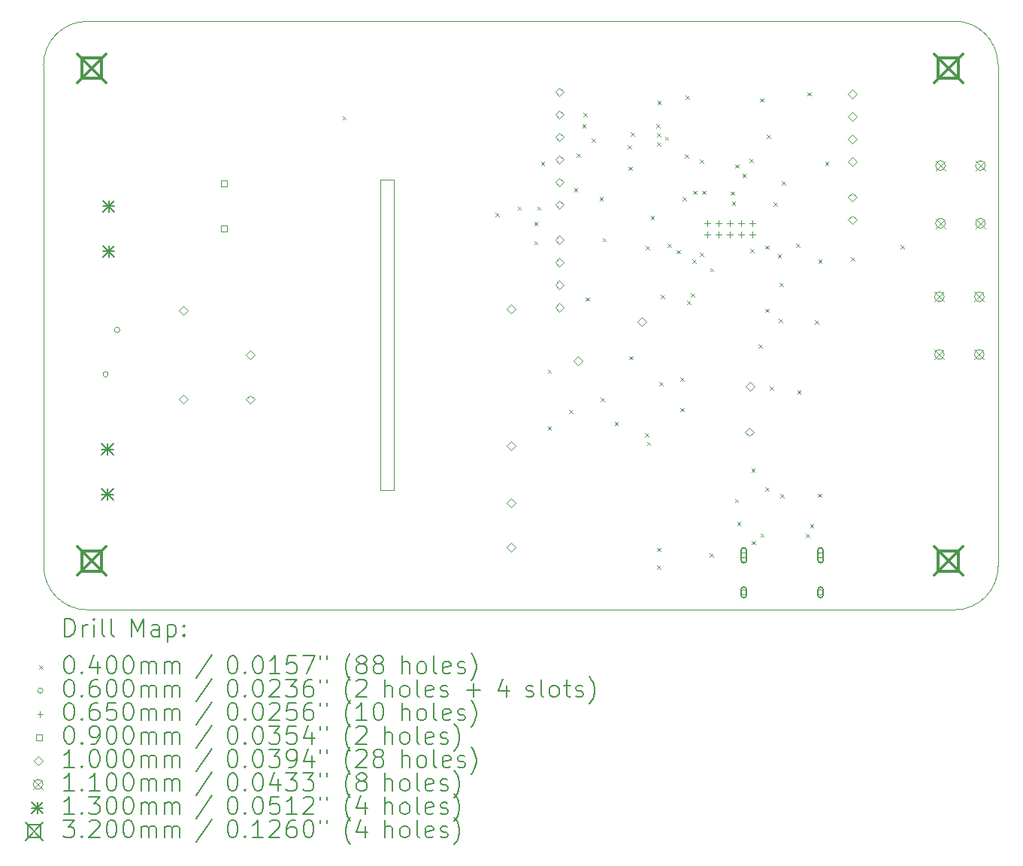
<source format=gbr>
%TF.GenerationSoftware,KiCad,Pcbnew,(7.0.0-0)*%
%TF.CreationDate,2023-03-12T14:10:56+01:00*%
%TF.ProjectId,ESPMeter,4553504d-6574-4657-922e-6b696361645f,rev?*%
%TF.SameCoordinates,Original*%
%TF.FileFunction,Drillmap*%
%TF.FilePolarity,Positive*%
%FSLAX45Y45*%
G04 Gerber Fmt 4.5, Leading zero omitted, Abs format (unit mm)*
G04 Created by KiCad (PCBNEW (7.0.0-0)) date 2023-03-12 14:10:56*
%MOMM*%
%LPD*%
G01*
G04 APERTURE LIST*
%ADD10C,0.100000*%
%ADD11C,0.200000*%
%ADD12C,0.040000*%
%ADD13C,0.060000*%
%ADD14C,0.065000*%
%ADD15C,0.090000*%
%ADD16C,0.110000*%
%ADD17C,0.130000*%
%ADD18C,0.320000*%
G04 APERTURE END LIST*
D10*
X12299250Y-7426000D02*
X12300500Y-10900000D01*
X8506250Y-6114250D02*
X8509000Y-11757500D01*
X12299250Y-7403500D02*
X12456750Y-7403500D01*
X19258500Y-6111000D02*
X19260250Y-11757500D01*
X12299250Y-7403500D02*
X12299250Y-7426000D01*
X12456750Y-7426000D02*
X12455500Y-10900000D01*
X18767750Y-12250000D02*
G75*
G03*
X19260250Y-11757500I0J492500D01*
G01*
X8509000Y-11757500D02*
G75*
G03*
X9001500Y-12250000I492500J0D01*
G01*
X9001500Y-12250000D02*
X18767750Y-12250000D01*
X12456750Y-7403500D02*
X12456750Y-7426000D01*
X8998750Y-5621750D02*
G75*
G03*
X8506250Y-6114250I0J-492500D01*
G01*
X12300500Y-10900000D02*
X12455500Y-10900000D01*
X19258500Y-6111000D02*
G75*
G03*
X18766000Y-5618500I-492500J0D01*
G01*
X8998750Y-5621750D02*
X18766000Y-5618500D01*
D11*
D12*
X11875500Y-6691000D02*
X11915500Y-6731000D01*
X11915500Y-6691000D02*
X11875500Y-6731000D01*
X13597500Y-7780000D02*
X13637500Y-7820000D01*
X13637500Y-7780000D02*
X13597500Y-7820000D01*
X13847500Y-7707500D02*
X13887500Y-7747500D01*
X13887500Y-7707500D02*
X13847500Y-7747500D01*
X14032500Y-7877500D02*
X14072500Y-7917500D01*
X14072500Y-7877500D02*
X14032500Y-7917500D01*
X14032500Y-8095000D02*
X14072500Y-8135000D01*
X14072500Y-8095000D02*
X14032500Y-8135000D01*
X14067500Y-7707500D02*
X14107500Y-7747500D01*
X14107500Y-7707500D02*
X14067500Y-7747500D01*
X14110000Y-7202500D02*
X14150000Y-7242500D01*
X14150000Y-7202500D02*
X14110000Y-7242500D01*
X14186000Y-9545000D02*
X14226000Y-9585000D01*
X14226000Y-9545000D02*
X14186000Y-9585000D01*
X14186000Y-10181000D02*
X14226000Y-10221000D01*
X14226000Y-10181000D02*
X14186000Y-10221000D01*
X14427290Y-9999710D02*
X14467290Y-10039710D01*
X14467290Y-9999710D02*
X14427290Y-10039710D01*
X14482500Y-7500000D02*
X14522500Y-7540000D01*
X14522500Y-7500000D02*
X14482500Y-7540000D01*
X14510050Y-7110000D02*
X14550050Y-7150000D01*
X14550050Y-7110000D02*
X14510050Y-7150000D01*
X14574931Y-6779931D02*
X14614931Y-6819931D01*
X14614931Y-6779931D02*
X14574931Y-6819931D01*
X14590000Y-6650000D02*
X14630000Y-6690000D01*
X14630000Y-6650000D02*
X14590000Y-6690000D01*
X14613000Y-8730000D02*
X14653000Y-8770000D01*
X14653000Y-8730000D02*
X14613000Y-8770000D01*
X14680000Y-6942500D02*
X14720000Y-6982500D01*
X14720000Y-6942500D02*
X14680000Y-6982500D01*
X14770000Y-7600000D02*
X14810000Y-7640000D01*
X14810000Y-7600000D02*
X14770000Y-7640000D01*
X14784363Y-9859060D02*
X14824363Y-9899060D01*
X14824363Y-9859060D02*
X14784363Y-9899060D01*
X14805000Y-8063000D02*
X14845000Y-8103000D01*
X14845000Y-8063000D02*
X14805000Y-8103000D01*
X14940000Y-10130000D02*
X14980000Y-10170000D01*
X14980000Y-10130000D02*
X14940000Y-10170000D01*
X15087500Y-7015000D02*
X15127500Y-7055000D01*
X15127500Y-7015000D02*
X15087500Y-7055000D01*
X15097966Y-7259000D02*
X15137966Y-7299000D01*
X15137966Y-7259000D02*
X15097966Y-7299000D01*
X15107000Y-9392000D02*
X15147000Y-9432000D01*
X15147000Y-9392000D02*
X15107000Y-9432000D01*
X15124000Y-6870000D02*
X15164000Y-6910000D01*
X15164000Y-6870000D02*
X15124000Y-6910000D01*
X15280000Y-10260000D02*
X15320000Y-10300000D01*
X15320000Y-10260000D02*
X15280000Y-10300000D01*
X15289000Y-8152000D02*
X15329000Y-8192000D01*
X15329000Y-8152000D02*
X15289000Y-8192000D01*
X15304195Y-10356978D02*
X15344195Y-10396978D01*
X15344195Y-10356978D02*
X15304195Y-10396978D01*
X15344998Y-7814002D02*
X15384998Y-7854002D01*
X15384998Y-7814002D02*
X15344998Y-7854002D01*
X15408943Y-6779157D02*
X15448943Y-6819157D01*
X15448943Y-6779157D02*
X15408943Y-6819157D01*
X15415376Y-6878900D02*
X15455376Y-6918900D01*
X15455376Y-6878900D02*
X15415376Y-6918900D01*
X15416000Y-11549550D02*
X15456000Y-11589550D01*
X15456000Y-11549550D02*
X15416000Y-11589550D01*
X15416000Y-11750000D02*
X15456000Y-11790000D01*
X15456000Y-11750000D02*
X15416000Y-11790000D01*
X15419326Y-6983669D02*
X15459326Y-7023669D01*
X15459326Y-6983669D02*
X15419326Y-7023669D01*
X15421000Y-6514000D02*
X15461000Y-6554000D01*
X15461000Y-6514000D02*
X15421000Y-6554000D01*
X15443000Y-9681000D02*
X15483000Y-9721000D01*
X15483000Y-9681000D02*
X15443000Y-9721000D01*
X15462000Y-8703000D02*
X15502000Y-8743000D01*
X15502000Y-8703000D02*
X15462000Y-8743000D01*
X15507048Y-6918729D02*
X15547048Y-6958729D01*
X15547048Y-6918729D02*
X15507048Y-6958729D01*
X15535000Y-8125000D02*
X15575000Y-8165000D01*
X15575000Y-8125000D02*
X15535000Y-8165000D01*
X15640000Y-8197500D02*
X15680000Y-8237500D01*
X15680000Y-8197500D02*
X15640000Y-8237500D01*
X15682500Y-9632500D02*
X15722500Y-9672500D01*
X15722500Y-9632500D02*
X15682500Y-9672500D01*
X15682500Y-9975000D02*
X15722500Y-10015000D01*
X15722500Y-9975000D02*
X15682500Y-10015000D01*
X15703000Y-7603000D02*
X15743000Y-7643000D01*
X15743000Y-7603000D02*
X15703000Y-7643000D01*
X15732000Y-7116000D02*
X15772000Y-7156000D01*
X15772000Y-7116000D02*
X15732000Y-7156000D01*
X15737040Y-6458040D02*
X15777040Y-6498040D01*
X15777040Y-6458040D02*
X15737040Y-6498040D01*
X15756000Y-8772050D02*
X15796000Y-8812050D01*
X15796000Y-8772050D02*
X15756000Y-8812050D01*
X15800000Y-8682000D02*
X15840000Y-8722000D01*
X15840000Y-8682000D02*
X15800000Y-8722000D01*
X15816256Y-8305000D02*
X15856256Y-8345000D01*
X15856256Y-8305000D02*
X15816256Y-8345000D01*
X15822059Y-7527946D02*
X15862059Y-7567946D01*
X15862059Y-7527946D02*
X15822059Y-7567946D01*
X15897500Y-8230000D02*
X15937500Y-8270000D01*
X15937500Y-8230000D02*
X15897500Y-8270000D01*
X15899851Y-7175848D02*
X15939851Y-7215848D01*
X15939851Y-7175848D02*
X15899851Y-7215848D01*
X15927000Y-7529000D02*
X15967000Y-7569000D01*
X15967000Y-7529000D02*
X15927000Y-7569000D01*
X16008000Y-11616000D02*
X16048000Y-11656000D01*
X16048000Y-11616000D02*
X16008000Y-11656000D01*
X16014000Y-8402000D02*
X16054000Y-8442000D01*
X16054000Y-8402000D02*
X16014000Y-8442000D01*
X16245000Y-7537500D02*
X16285000Y-7577500D01*
X16285000Y-7537500D02*
X16245000Y-7577500D01*
X16260000Y-7650000D02*
X16300000Y-7690000D01*
X16300000Y-7650000D02*
X16260000Y-7690000D01*
X16294000Y-11000000D02*
X16334000Y-11040000D01*
X16334000Y-11000000D02*
X16294000Y-11040000D01*
X16297256Y-7233130D02*
X16337256Y-7273130D01*
X16337256Y-7233130D02*
X16297256Y-7273130D01*
X16320069Y-11257069D02*
X16360069Y-11297069D01*
X16360069Y-11257069D02*
X16320069Y-11297069D01*
X16380000Y-7337500D02*
X16420000Y-7377500D01*
X16420000Y-7337500D02*
X16380000Y-7377500D01*
X16457256Y-7170000D02*
X16497256Y-7210000D01*
X16497256Y-7170000D02*
X16457256Y-7210000D01*
X16470000Y-8185000D02*
X16510000Y-8225000D01*
X16510000Y-8185000D02*
X16470000Y-8225000D01*
X16481000Y-10659000D02*
X16521000Y-10699000D01*
X16521000Y-10659000D02*
X16481000Y-10699000D01*
X16486000Y-11475000D02*
X16526000Y-11515000D01*
X16526000Y-11475000D02*
X16486000Y-11515000D01*
X16560000Y-9257500D02*
X16600000Y-9297500D01*
X16600000Y-9257500D02*
X16560000Y-9297500D01*
X16579000Y-6487000D02*
X16619000Y-6527000D01*
X16619000Y-6487000D02*
X16579000Y-6527000D01*
X16582550Y-11389000D02*
X16622550Y-11429000D01*
X16622550Y-11389000D02*
X16582550Y-11429000D01*
X16635000Y-8859000D02*
X16675000Y-8899000D01*
X16675000Y-8859000D02*
X16635000Y-8899000D01*
X16636000Y-8146000D02*
X16676000Y-8186000D01*
X16676000Y-8146000D02*
X16636000Y-8186000D01*
X16637550Y-10870090D02*
X16677550Y-10910090D01*
X16677550Y-10870090D02*
X16637550Y-10910090D01*
X16654000Y-6901000D02*
X16694000Y-6941000D01*
X16694000Y-6901000D02*
X16654000Y-6941000D01*
X16688000Y-9736000D02*
X16728000Y-9776000D01*
X16728000Y-9736000D02*
X16688000Y-9776000D01*
X16727869Y-7657131D02*
X16767869Y-7697131D01*
X16767869Y-7657131D02*
X16727869Y-7697131D01*
X16777530Y-8242000D02*
X16817530Y-8282000D01*
X16817530Y-8242000D02*
X16777530Y-8282000D01*
X16790000Y-8972500D02*
X16830000Y-9012500D01*
X16830000Y-8972500D02*
X16790000Y-9012500D01*
X16797500Y-8567500D02*
X16837500Y-8607500D01*
X16837500Y-8567500D02*
X16797500Y-8607500D01*
X16809000Y-10943000D02*
X16849000Y-10983000D01*
X16849000Y-10943000D02*
X16809000Y-10983000D01*
X16823000Y-7421000D02*
X16863000Y-7461000D01*
X16863000Y-7421000D02*
X16823000Y-7461000D01*
X16984000Y-8127000D02*
X17024000Y-8167000D01*
X17024000Y-8127000D02*
X16984000Y-8167000D01*
X16997000Y-9775000D02*
X17037000Y-9815000D01*
X17037000Y-9775000D02*
X16997000Y-9815000D01*
X17097000Y-11391000D02*
X17137000Y-11431000D01*
X17137000Y-11391000D02*
X17097000Y-11431000D01*
X17110000Y-6420000D02*
X17150000Y-6460000D01*
X17150000Y-6420000D02*
X17110000Y-6460000D01*
X17141000Y-11284000D02*
X17181000Y-11324000D01*
X17181000Y-11284000D02*
X17141000Y-11324000D01*
X17198750Y-8988750D02*
X17238750Y-9028750D01*
X17238750Y-8988750D02*
X17198750Y-9028750D01*
X17230000Y-10940000D02*
X17270000Y-10980000D01*
X17270000Y-10940000D02*
X17230000Y-10980000D01*
X17235000Y-8303000D02*
X17275000Y-8343000D01*
X17275000Y-8303000D02*
X17235000Y-8343000D01*
X17310000Y-7200000D02*
X17350000Y-7240000D01*
X17350000Y-7200000D02*
X17310000Y-7240000D01*
X17601000Y-8276000D02*
X17641000Y-8316000D01*
X17641000Y-8276000D02*
X17601000Y-8316000D01*
X18161000Y-8144000D02*
X18201000Y-8184000D01*
X18201000Y-8144000D02*
X18161000Y-8184000D01*
D13*
X9236296Y-9596610D02*
G75*
G03*
X9236296Y-9596610I-30000J0D01*
G01*
X9366296Y-9096610D02*
G75*
G03*
X9366296Y-9096610I-30000J0D01*
G01*
X16425500Y-11635680D02*
G75*
G03*
X16425500Y-11635680I-30000J0D01*
G01*
D11*
X16365500Y-11580680D02*
X16365500Y-11690680D01*
X16365500Y-11690680D02*
G75*
G03*
X16425500Y-11690680I30000J0D01*
G01*
X16425500Y-11690680D02*
X16425500Y-11580680D01*
X16425500Y-11580680D02*
G75*
G03*
X16365500Y-11580680I-30000J0D01*
G01*
D13*
X16425500Y-12053680D02*
G75*
G03*
X16425500Y-12053680I-30000J0D01*
G01*
D11*
X16365500Y-12023680D02*
X16365500Y-12083680D01*
X16365500Y-12083680D02*
G75*
G03*
X16425500Y-12083680I30000J0D01*
G01*
X16425500Y-12083680D02*
X16425500Y-12023680D01*
X16425500Y-12023680D02*
G75*
G03*
X16365500Y-12023680I-30000J0D01*
G01*
D13*
X17289500Y-11635680D02*
G75*
G03*
X17289500Y-11635680I-30000J0D01*
G01*
D11*
X17229500Y-11580680D02*
X17229500Y-11690680D01*
X17229500Y-11690680D02*
G75*
G03*
X17289500Y-11690680I30000J0D01*
G01*
X17289500Y-11690680D02*
X17289500Y-11580680D01*
X17289500Y-11580680D02*
G75*
G03*
X17229500Y-11580680I-30000J0D01*
G01*
D13*
X17289500Y-12053680D02*
G75*
G03*
X17289500Y-12053680I-30000J0D01*
G01*
D11*
X17229500Y-12023680D02*
X17229500Y-12083680D01*
X17229500Y-12083680D02*
G75*
G03*
X17289500Y-12083680I30000J0D01*
G01*
X17289500Y-12083680D02*
X17289500Y-12023680D01*
X17289500Y-12023680D02*
G75*
G03*
X17229500Y-12023680I-30000J0D01*
G01*
D14*
X15983220Y-7860820D02*
X15983220Y-7925820D01*
X15950720Y-7893320D02*
X16015720Y-7893320D01*
X15983220Y-7987820D02*
X15983220Y-8052820D01*
X15950720Y-8020320D02*
X16015720Y-8020320D01*
X16110220Y-7860820D02*
X16110220Y-7925820D01*
X16077720Y-7893320D02*
X16142720Y-7893320D01*
X16110220Y-7987820D02*
X16110220Y-8052820D01*
X16077720Y-8020320D02*
X16142720Y-8020320D01*
X16237220Y-7860820D02*
X16237220Y-7925820D01*
X16204720Y-7893320D02*
X16269720Y-7893320D01*
X16237220Y-7987820D02*
X16237220Y-8052820D01*
X16204720Y-8020320D02*
X16269720Y-8020320D01*
X16364220Y-7860820D02*
X16364220Y-7925820D01*
X16331720Y-7893320D02*
X16396720Y-7893320D01*
X16364220Y-7987820D02*
X16364220Y-8052820D01*
X16331720Y-8020320D02*
X16396720Y-8020320D01*
X16491220Y-7860820D02*
X16491220Y-7925820D01*
X16458720Y-7893320D02*
X16523720Y-7893320D01*
X16491220Y-7987820D02*
X16491220Y-8052820D01*
X16458720Y-8020320D02*
X16523720Y-8020320D01*
D15*
X10571820Y-7478820D02*
X10571820Y-7415180D01*
X10508180Y-7415180D01*
X10508180Y-7478820D01*
X10571820Y-7478820D01*
X10571820Y-7986820D02*
X10571820Y-7923180D01*
X10508180Y-7923180D01*
X10508180Y-7986820D01*
X10571820Y-7986820D01*
D10*
X10086000Y-8930000D02*
X10136000Y-8880000D01*
X10086000Y-8830000D01*
X10036000Y-8880000D01*
X10086000Y-8930000D01*
X10086000Y-9930000D02*
X10136000Y-9880000D01*
X10086000Y-9830000D01*
X10036000Y-9880000D01*
X10086000Y-9930000D01*
X10837256Y-9430710D02*
X10887256Y-9380710D01*
X10837256Y-9330710D01*
X10787256Y-9380710D01*
X10837256Y-9430710D01*
X10837256Y-9930710D02*
X10887256Y-9880710D01*
X10837256Y-9830710D01*
X10787256Y-9880710D01*
X10837256Y-9930710D01*
X13777256Y-8910710D02*
X13827256Y-8860710D01*
X13777256Y-8810710D01*
X13727256Y-8860710D01*
X13777256Y-8910710D01*
X13777256Y-10450710D02*
X13827256Y-10400710D01*
X13777256Y-10350710D01*
X13727256Y-10400710D01*
X13777256Y-10450710D01*
X13777256Y-11093710D02*
X13827256Y-11043710D01*
X13777256Y-10993710D01*
X13727256Y-11043710D01*
X13777256Y-11093710D01*
X13777256Y-11593710D02*
X13827256Y-11543710D01*
X13777256Y-11493710D01*
X13727256Y-11543710D01*
X13777256Y-11593710D01*
X14320000Y-6468000D02*
X14370000Y-6418000D01*
X14320000Y-6368000D01*
X14270000Y-6418000D01*
X14320000Y-6468000D01*
X14320000Y-6722000D02*
X14370000Y-6672000D01*
X14320000Y-6622000D01*
X14270000Y-6672000D01*
X14320000Y-6722000D01*
X14320000Y-6976000D02*
X14370000Y-6926000D01*
X14320000Y-6876000D01*
X14270000Y-6926000D01*
X14320000Y-6976000D01*
X14320000Y-7230000D02*
X14370000Y-7180000D01*
X14320000Y-7130000D01*
X14270000Y-7180000D01*
X14320000Y-7230000D01*
X14320000Y-7484000D02*
X14370000Y-7434000D01*
X14320000Y-7384000D01*
X14270000Y-7434000D01*
X14320000Y-7484000D01*
X14320000Y-7738000D02*
X14370000Y-7688000D01*
X14320000Y-7638000D01*
X14270000Y-7688000D01*
X14320000Y-7738000D01*
X14320000Y-8130000D02*
X14370000Y-8080000D01*
X14320000Y-8030000D01*
X14270000Y-8080000D01*
X14320000Y-8130000D01*
X14320000Y-8384000D02*
X14370000Y-8334000D01*
X14320000Y-8284000D01*
X14270000Y-8334000D01*
X14320000Y-8384000D01*
X14320000Y-8638000D02*
X14370000Y-8588000D01*
X14320000Y-8538000D01*
X14270000Y-8588000D01*
X14320000Y-8638000D01*
X14320000Y-8892000D02*
X14370000Y-8842000D01*
X14320000Y-8792000D01*
X14270000Y-8842000D01*
X14320000Y-8892000D01*
X14525000Y-9493000D02*
X14575000Y-9443000D01*
X14525000Y-9393000D01*
X14475000Y-9443000D01*
X14525000Y-9493000D01*
X15245256Y-9053710D02*
X15295256Y-9003710D01*
X15245256Y-8953710D01*
X15195256Y-9003710D01*
X15245256Y-9053710D01*
X16461000Y-10296000D02*
X16511000Y-10246000D01*
X16461000Y-10196000D01*
X16411000Y-10246000D01*
X16461000Y-10296000D01*
X16469360Y-9780740D02*
X16519360Y-9730740D01*
X16469360Y-9680740D01*
X16419360Y-9730740D01*
X16469360Y-9780740D01*
X17620000Y-6488000D02*
X17670000Y-6438000D01*
X17620000Y-6388000D01*
X17570000Y-6438000D01*
X17620000Y-6488000D01*
X17620000Y-6742000D02*
X17670000Y-6692000D01*
X17620000Y-6642000D01*
X17570000Y-6692000D01*
X17620000Y-6742000D01*
X17620000Y-6996000D02*
X17670000Y-6946000D01*
X17620000Y-6896000D01*
X17570000Y-6946000D01*
X17620000Y-6996000D01*
X17620000Y-7250000D02*
X17670000Y-7200000D01*
X17620000Y-7150000D01*
X17570000Y-7200000D01*
X17620000Y-7250000D01*
X17620000Y-7653500D02*
X17670000Y-7603500D01*
X17620000Y-7553500D01*
X17570000Y-7603500D01*
X17620000Y-7653500D01*
X17620000Y-7907500D02*
X17670000Y-7857500D01*
X17620000Y-7807500D01*
X17570000Y-7857500D01*
X17620000Y-7907500D01*
D16*
X18543000Y-8668500D02*
X18653000Y-8778500D01*
X18653000Y-8668500D02*
X18543000Y-8778500D01*
X18653000Y-8723500D02*
G75*
G03*
X18653000Y-8723500I-55000J0D01*
G01*
X18543000Y-9318500D02*
X18653000Y-9428500D01*
X18653000Y-9318500D02*
X18543000Y-9428500D01*
X18653000Y-9373500D02*
G75*
G03*
X18653000Y-9373500I-55000J0D01*
G01*
X18555500Y-7191000D02*
X18665500Y-7301000D01*
X18665500Y-7191000D02*
X18555500Y-7301000D01*
X18665500Y-7246000D02*
G75*
G03*
X18665500Y-7246000I-55000J0D01*
G01*
X18555500Y-7841000D02*
X18665500Y-7951000D01*
X18665500Y-7841000D02*
X18555500Y-7951000D01*
X18665500Y-7896000D02*
G75*
G03*
X18665500Y-7896000I-55000J0D01*
G01*
X18993000Y-8668500D02*
X19103000Y-8778500D01*
X19103000Y-8668500D02*
X18993000Y-8778500D01*
X19103000Y-8723500D02*
G75*
G03*
X19103000Y-8723500I-55000J0D01*
G01*
X18993000Y-9318500D02*
X19103000Y-9428500D01*
X19103000Y-9318500D02*
X18993000Y-9428500D01*
X19103000Y-9373500D02*
G75*
G03*
X19103000Y-9373500I-55000J0D01*
G01*
X19005500Y-7191000D02*
X19115500Y-7301000D01*
X19115500Y-7191000D02*
X19005500Y-7301000D01*
X19115500Y-7246000D02*
G75*
G03*
X19115500Y-7246000I-55000J0D01*
G01*
X19005500Y-7841000D02*
X19115500Y-7951000D01*
X19115500Y-7841000D02*
X19005500Y-7951000D01*
X19115500Y-7896000D02*
G75*
G03*
X19115500Y-7896000I-55000J0D01*
G01*
D17*
X9164000Y-10376500D02*
X9294000Y-10506500D01*
X9294000Y-10376500D02*
X9164000Y-10506500D01*
X9229000Y-10376500D02*
X9229000Y-10506500D01*
X9164000Y-10441500D02*
X9294000Y-10441500D01*
X9164000Y-10884500D02*
X9294000Y-11014500D01*
X9294000Y-10884500D02*
X9164000Y-11014500D01*
X9229000Y-10884500D02*
X9229000Y-11014500D01*
X9164000Y-10949500D02*
X9294000Y-10949500D01*
X9175816Y-7638230D02*
X9305816Y-7768230D01*
X9305816Y-7638230D02*
X9175816Y-7768230D01*
X9240816Y-7638230D02*
X9240816Y-7768230D01*
X9175816Y-7703230D02*
X9305816Y-7703230D01*
X9175816Y-8146230D02*
X9305816Y-8276230D01*
X9305816Y-8146230D02*
X9175816Y-8276230D01*
X9240816Y-8146230D02*
X9240816Y-8276230D01*
X9175816Y-8211230D02*
X9305816Y-8211230D01*
D18*
X8890000Y-5990000D02*
X9210000Y-6310000D01*
X9210000Y-5990000D02*
X8890000Y-6310000D01*
X9163138Y-6263138D02*
X9163138Y-6036862D01*
X8936862Y-6036862D01*
X8936862Y-6263138D01*
X9163138Y-6263138D01*
X8890000Y-11540000D02*
X9210000Y-11860000D01*
X9210000Y-11540000D02*
X8890000Y-11860000D01*
X9163138Y-11813138D02*
X9163138Y-11586862D01*
X8936862Y-11586862D01*
X8936862Y-11813138D01*
X9163138Y-11813138D01*
X18540000Y-5990000D02*
X18860000Y-6310000D01*
X18860000Y-5990000D02*
X18540000Y-6310000D01*
X18813138Y-6263138D02*
X18813138Y-6036862D01*
X18586862Y-6036862D01*
X18586862Y-6263138D01*
X18813138Y-6263138D01*
X18540000Y-11540000D02*
X18860000Y-11860000D01*
X18860000Y-11540000D02*
X18540000Y-11860000D01*
X18813138Y-11813138D02*
X18813138Y-11586862D01*
X18586862Y-11586862D01*
X18586862Y-11813138D01*
X18813138Y-11813138D01*
D11*
X8748869Y-12548476D02*
X8748869Y-12348476D01*
X8748869Y-12348476D02*
X8796488Y-12348476D01*
X8796488Y-12348476D02*
X8825060Y-12358000D01*
X8825060Y-12358000D02*
X8844107Y-12377048D01*
X8844107Y-12377048D02*
X8853631Y-12396095D01*
X8853631Y-12396095D02*
X8863155Y-12434190D01*
X8863155Y-12434190D02*
X8863155Y-12462762D01*
X8863155Y-12462762D02*
X8853631Y-12500857D01*
X8853631Y-12500857D02*
X8844107Y-12519905D01*
X8844107Y-12519905D02*
X8825060Y-12538952D01*
X8825060Y-12538952D02*
X8796488Y-12548476D01*
X8796488Y-12548476D02*
X8748869Y-12548476D01*
X8948869Y-12548476D02*
X8948869Y-12415143D01*
X8948869Y-12453238D02*
X8958393Y-12434190D01*
X8958393Y-12434190D02*
X8967917Y-12424667D01*
X8967917Y-12424667D02*
X8986964Y-12415143D01*
X8986964Y-12415143D02*
X9006012Y-12415143D01*
X9072679Y-12548476D02*
X9072679Y-12415143D01*
X9072679Y-12348476D02*
X9063155Y-12358000D01*
X9063155Y-12358000D02*
X9072679Y-12367524D01*
X9072679Y-12367524D02*
X9082202Y-12358000D01*
X9082202Y-12358000D02*
X9072679Y-12348476D01*
X9072679Y-12348476D02*
X9072679Y-12367524D01*
X9196488Y-12548476D02*
X9177441Y-12538952D01*
X9177441Y-12538952D02*
X9167917Y-12519905D01*
X9167917Y-12519905D02*
X9167917Y-12348476D01*
X9301250Y-12548476D02*
X9282202Y-12538952D01*
X9282202Y-12538952D02*
X9272679Y-12519905D01*
X9272679Y-12519905D02*
X9272679Y-12348476D01*
X9497441Y-12548476D02*
X9497441Y-12348476D01*
X9497441Y-12348476D02*
X9564107Y-12491333D01*
X9564107Y-12491333D02*
X9630774Y-12348476D01*
X9630774Y-12348476D02*
X9630774Y-12548476D01*
X9811726Y-12548476D02*
X9811726Y-12443714D01*
X9811726Y-12443714D02*
X9802202Y-12424667D01*
X9802202Y-12424667D02*
X9783155Y-12415143D01*
X9783155Y-12415143D02*
X9745060Y-12415143D01*
X9745060Y-12415143D02*
X9726012Y-12424667D01*
X9811726Y-12538952D02*
X9792679Y-12548476D01*
X9792679Y-12548476D02*
X9745060Y-12548476D01*
X9745060Y-12548476D02*
X9726012Y-12538952D01*
X9726012Y-12538952D02*
X9716488Y-12519905D01*
X9716488Y-12519905D02*
X9716488Y-12500857D01*
X9716488Y-12500857D02*
X9726012Y-12481809D01*
X9726012Y-12481809D02*
X9745060Y-12472286D01*
X9745060Y-12472286D02*
X9792679Y-12472286D01*
X9792679Y-12472286D02*
X9811726Y-12462762D01*
X9906964Y-12415143D02*
X9906964Y-12615143D01*
X9906964Y-12424667D02*
X9926012Y-12415143D01*
X9926012Y-12415143D02*
X9964107Y-12415143D01*
X9964107Y-12415143D02*
X9983155Y-12424667D01*
X9983155Y-12424667D02*
X9992679Y-12434190D01*
X9992679Y-12434190D02*
X10002202Y-12453238D01*
X10002202Y-12453238D02*
X10002202Y-12510381D01*
X10002202Y-12510381D02*
X9992679Y-12529428D01*
X9992679Y-12529428D02*
X9983155Y-12538952D01*
X9983155Y-12538952D02*
X9964107Y-12548476D01*
X9964107Y-12548476D02*
X9926012Y-12548476D01*
X9926012Y-12548476D02*
X9906964Y-12538952D01*
X10087917Y-12529428D02*
X10097441Y-12538952D01*
X10097441Y-12538952D02*
X10087917Y-12548476D01*
X10087917Y-12548476D02*
X10078393Y-12538952D01*
X10078393Y-12538952D02*
X10087917Y-12529428D01*
X10087917Y-12529428D02*
X10087917Y-12548476D01*
X10087917Y-12424667D02*
X10097441Y-12434190D01*
X10097441Y-12434190D02*
X10087917Y-12443714D01*
X10087917Y-12443714D02*
X10078393Y-12434190D01*
X10078393Y-12434190D02*
X10087917Y-12424667D01*
X10087917Y-12424667D02*
X10087917Y-12443714D01*
D12*
X8461250Y-12875000D02*
X8501250Y-12915000D01*
X8501250Y-12875000D02*
X8461250Y-12915000D01*
D11*
X8786964Y-12768476D02*
X8806012Y-12768476D01*
X8806012Y-12768476D02*
X8825060Y-12778000D01*
X8825060Y-12778000D02*
X8834583Y-12787524D01*
X8834583Y-12787524D02*
X8844107Y-12806571D01*
X8844107Y-12806571D02*
X8853631Y-12844667D01*
X8853631Y-12844667D02*
X8853631Y-12892286D01*
X8853631Y-12892286D02*
X8844107Y-12930381D01*
X8844107Y-12930381D02*
X8834583Y-12949428D01*
X8834583Y-12949428D02*
X8825060Y-12958952D01*
X8825060Y-12958952D02*
X8806012Y-12968476D01*
X8806012Y-12968476D02*
X8786964Y-12968476D01*
X8786964Y-12968476D02*
X8767917Y-12958952D01*
X8767917Y-12958952D02*
X8758393Y-12949428D01*
X8758393Y-12949428D02*
X8748869Y-12930381D01*
X8748869Y-12930381D02*
X8739345Y-12892286D01*
X8739345Y-12892286D02*
X8739345Y-12844667D01*
X8739345Y-12844667D02*
X8748869Y-12806571D01*
X8748869Y-12806571D02*
X8758393Y-12787524D01*
X8758393Y-12787524D02*
X8767917Y-12778000D01*
X8767917Y-12778000D02*
X8786964Y-12768476D01*
X8939345Y-12949428D02*
X8948869Y-12958952D01*
X8948869Y-12958952D02*
X8939345Y-12968476D01*
X8939345Y-12968476D02*
X8929822Y-12958952D01*
X8929822Y-12958952D02*
X8939345Y-12949428D01*
X8939345Y-12949428D02*
X8939345Y-12968476D01*
X9120298Y-12835143D02*
X9120298Y-12968476D01*
X9072679Y-12758952D02*
X9025060Y-12901809D01*
X9025060Y-12901809D02*
X9148869Y-12901809D01*
X9263155Y-12768476D02*
X9282203Y-12768476D01*
X9282203Y-12768476D02*
X9301250Y-12778000D01*
X9301250Y-12778000D02*
X9310774Y-12787524D01*
X9310774Y-12787524D02*
X9320298Y-12806571D01*
X9320298Y-12806571D02*
X9329822Y-12844667D01*
X9329822Y-12844667D02*
X9329822Y-12892286D01*
X9329822Y-12892286D02*
X9320298Y-12930381D01*
X9320298Y-12930381D02*
X9310774Y-12949428D01*
X9310774Y-12949428D02*
X9301250Y-12958952D01*
X9301250Y-12958952D02*
X9282203Y-12968476D01*
X9282203Y-12968476D02*
X9263155Y-12968476D01*
X9263155Y-12968476D02*
X9244107Y-12958952D01*
X9244107Y-12958952D02*
X9234583Y-12949428D01*
X9234583Y-12949428D02*
X9225060Y-12930381D01*
X9225060Y-12930381D02*
X9215536Y-12892286D01*
X9215536Y-12892286D02*
X9215536Y-12844667D01*
X9215536Y-12844667D02*
X9225060Y-12806571D01*
X9225060Y-12806571D02*
X9234583Y-12787524D01*
X9234583Y-12787524D02*
X9244107Y-12778000D01*
X9244107Y-12778000D02*
X9263155Y-12768476D01*
X9453631Y-12768476D02*
X9472679Y-12768476D01*
X9472679Y-12768476D02*
X9491726Y-12778000D01*
X9491726Y-12778000D02*
X9501250Y-12787524D01*
X9501250Y-12787524D02*
X9510774Y-12806571D01*
X9510774Y-12806571D02*
X9520298Y-12844667D01*
X9520298Y-12844667D02*
X9520298Y-12892286D01*
X9520298Y-12892286D02*
X9510774Y-12930381D01*
X9510774Y-12930381D02*
X9501250Y-12949428D01*
X9501250Y-12949428D02*
X9491726Y-12958952D01*
X9491726Y-12958952D02*
X9472679Y-12968476D01*
X9472679Y-12968476D02*
X9453631Y-12968476D01*
X9453631Y-12968476D02*
X9434583Y-12958952D01*
X9434583Y-12958952D02*
X9425060Y-12949428D01*
X9425060Y-12949428D02*
X9415536Y-12930381D01*
X9415536Y-12930381D02*
X9406012Y-12892286D01*
X9406012Y-12892286D02*
X9406012Y-12844667D01*
X9406012Y-12844667D02*
X9415536Y-12806571D01*
X9415536Y-12806571D02*
X9425060Y-12787524D01*
X9425060Y-12787524D02*
X9434583Y-12778000D01*
X9434583Y-12778000D02*
X9453631Y-12768476D01*
X9606012Y-12968476D02*
X9606012Y-12835143D01*
X9606012Y-12854190D02*
X9615536Y-12844667D01*
X9615536Y-12844667D02*
X9634583Y-12835143D01*
X9634583Y-12835143D02*
X9663155Y-12835143D01*
X9663155Y-12835143D02*
X9682203Y-12844667D01*
X9682203Y-12844667D02*
X9691726Y-12863714D01*
X9691726Y-12863714D02*
X9691726Y-12968476D01*
X9691726Y-12863714D02*
X9701250Y-12844667D01*
X9701250Y-12844667D02*
X9720298Y-12835143D01*
X9720298Y-12835143D02*
X9748869Y-12835143D01*
X9748869Y-12835143D02*
X9767917Y-12844667D01*
X9767917Y-12844667D02*
X9777441Y-12863714D01*
X9777441Y-12863714D02*
X9777441Y-12968476D01*
X9872679Y-12968476D02*
X9872679Y-12835143D01*
X9872679Y-12854190D02*
X9882203Y-12844667D01*
X9882203Y-12844667D02*
X9901250Y-12835143D01*
X9901250Y-12835143D02*
X9929822Y-12835143D01*
X9929822Y-12835143D02*
X9948869Y-12844667D01*
X9948869Y-12844667D02*
X9958393Y-12863714D01*
X9958393Y-12863714D02*
X9958393Y-12968476D01*
X9958393Y-12863714D02*
X9967917Y-12844667D01*
X9967917Y-12844667D02*
X9986964Y-12835143D01*
X9986964Y-12835143D02*
X10015536Y-12835143D01*
X10015536Y-12835143D02*
X10034584Y-12844667D01*
X10034584Y-12844667D02*
X10044107Y-12863714D01*
X10044107Y-12863714D02*
X10044107Y-12968476D01*
X10402203Y-12758952D02*
X10230774Y-13016095D01*
X10626964Y-12768476D02*
X10646012Y-12768476D01*
X10646012Y-12768476D02*
X10665060Y-12778000D01*
X10665060Y-12778000D02*
X10674584Y-12787524D01*
X10674584Y-12787524D02*
X10684107Y-12806571D01*
X10684107Y-12806571D02*
X10693631Y-12844667D01*
X10693631Y-12844667D02*
X10693631Y-12892286D01*
X10693631Y-12892286D02*
X10684107Y-12930381D01*
X10684107Y-12930381D02*
X10674584Y-12949428D01*
X10674584Y-12949428D02*
X10665060Y-12958952D01*
X10665060Y-12958952D02*
X10646012Y-12968476D01*
X10646012Y-12968476D02*
X10626964Y-12968476D01*
X10626964Y-12968476D02*
X10607917Y-12958952D01*
X10607917Y-12958952D02*
X10598393Y-12949428D01*
X10598393Y-12949428D02*
X10588869Y-12930381D01*
X10588869Y-12930381D02*
X10579345Y-12892286D01*
X10579345Y-12892286D02*
X10579345Y-12844667D01*
X10579345Y-12844667D02*
X10588869Y-12806571D01*
X10588869Y-12806571D02*
X10598393Y-12787524D01*
X10598393Y-12787524D02*
X10607917Y-12778000D01*
X10607917Y-12778000D02*
X10626964Y-12768476D01*
X10779345Y-12949428D02*
X10788869Y-12958952D01*
X10788869Y-12958952D02*
X10779345Y-12968476D01*
X10779345Y-12968476D02*
X10769822Y-12958952D01*
X10769822Y-12958952D02*
X10779345Y-12949428D01*
X10779345Y-12949428D02*
X10779345Y-12968476D01*
X10912679Y-12768476D02*
X10931726Y-12768476D01*
X10931726Y-12768476D02*
X10950774Y-12778000D01*
X10950774Y-12778000D02*
X10960298Y-12787524D01*
X10960298Y-12787524D02*
X10969822Y-12806571D01*
X10969822Y-12806571D02*
X10979345Y-12844667D01*
X10979345Y-12844667D02*
X10979345Y-12892286D01*
X10979345Y-12892286D02*
X10969822Y-12930381D01*
X10969822Y-12930381D02*
X10960298Y-12949428D01*
X10960298Y-12949428D02*
X10950774Y-12958952D01*
X10950774Y-12958952D02*
X10931726Y-12968476D01*
X10931726Y-12968476D02*
X10912679Y-12968476D01*
X10912679Y-12968476D02*
X10893631Y-12958952D01*
X10893631Y-12958952D02*
X10884107Y-12949428D01*
X10884107Y-12949428D02*
X10874584Y-12930381D01*
X10874584Y-12930381D02*
X10865060Y-12892286D01*
X10865060Y-12892286D02*
X10865060Y-12844667D01*
X10865060Y-12844667D02*
X10874584Y-12806571D01*
X10874584Y-12806571D02*
X10884107Y-12787524D01*
X10884107Y-12787524D02*
X10893631Y-12778000D01*
X10893631Y-12778000D02*
X10912679Y-12768476D01*
X11169822Y-12968476D02*
X11055536Y-12968476D01*
X11112679Y-12968476D02*
X11112679Y-12768476D01*
X11112679Y-12768476D02*
X11093631Y-12797048D01*
X11093631Y-12797048D02*
X11074584Y-12816095D01*
X11074584Y-12816095D02*
X11055536Y-12825619D01*
X11350774Y-12768476D02*
X11255536Y-12768476D01*
X11255536Y-12768476D02*
X11246012Y-12863714D01*
X11246012Y-12863714D02*
X11255536Y-12854190D01*
X11255536Y-12854190D02*
X11274583Y-12844667D01*
X11274583Y-12844667D02*
X11322203Y-12844667D01*
X11322203Y-12844667D02*
X11341250Y-12854190D01*
X11341250Y-12854190D02*
X11350774Y-12863714D01*
X11350774Y-12863714D02*
X11360298Y-12882762D01*
X11360298Y-12882762D02*
X11360298Y-12930381D01*
X11360298Y-12930381D02*
X11350774Y-12949428D01*
X11350774Y-12949428D02*
X11341250Y-12958952D01*
X11341250Y-12958952D02*
X11322203Y-12968476D01*
X11322203Y-12968476D02*
X11274583Y-12968476D01*
X11274583Y-12968476D02*
X11255536Y-12958952D01*
X11255536Y-12958952D02*
X11246012Y-12949428D01*
X11426964Y-12768476D02*
X11560298Y-12768476D01*
X11560298Y-12768476D02*
X11474583Y-12968476D01*
X11626964Y-12768476D02*
X11626964Y-12806571D01*
X11703155Y-12768476D02*
X11703155Y-12806571D01*
X11966012Y-13044667D02*
X11956488Y-13035143D01*
X11956488Y-13035143D02*
X11937441Y-13006571D01*
X11937441Y-13006571D02*
X11927917Y-12987524D01*
X11927917Y-12987524D02*
X11918393Y-12958952D01*
X11918393Y-12958952D02*
X11908869Y-12911333D01*
X11908869Y-12911333D02*
X11908869Y-12873238D01*
X11908869Y-12873238D02*
X11918393Y-12825619D01*
X11918393Y-12825619D02*
X11927917Y-12797048D01*
X11927917Y-12797048D02*
X11937441Y-12778000D01*
X11937441Y-12778000D02*
X11956488Y-12749428D01*
X11956488Y-12749428D02*
X11966012Y-12739905D01*
X12070774Y-12854190D02*
X12051726Y-12844667D01*
X12051726Y-12844667D02*
X12042203Y-12835143D01*
X12042203Y-12835143D02*
X12032679Y-12816095D01*
X12032679Y-12816095D02*
X12032679Y-12806571D01*
X12032679Y-12806571D02*
X12042203Y-12787524D01*
X12042203Y-12787524D02*
X12051726Y-12778000D01*
X12051726Y-12778000D02*
X12070774Y-12768476D01*
X12070774Y-12768476D02*
X12108869Y-12768476D01*
X12108869Y-12768476D02*
X12127917Y-12778000D01*
X12127917Y-12778000D02*
X12137441Y-12787524D01*
X12137441Y-12787524D02*
X12146964Y-12806571D01*
X12146964Y-12806571D02*
X12146964Y-12816095D01*
X12146964Y-12816095D02*
X12137441Y-12835143D01*
X12137441Y-12835143D02*
X12127917Y-12844667D01*
X12127917Y-12844667D02*
X12108869Y-12854190D01*
X12108869Y-12854190D02*
X12070774Y-12854190D01*
X12070774Y-12854190D02*
X12051726Y-12863714D01*
X12051726Y-12863714D02*
X12042203Y-12873238D01*
X12042203Y-12873238D02*
X12032679Y-12892286D01*
X12032679Y-12892286D02*
X12032679Y-12930381D01*
X12032679Y-12930381D02*
X12042203Y-12949428D01*
X12042203Y-12949428D02*
X12051726Y-12958952D01*
X12051726Y-12958952D02*
X12070774Y-12968476D01*
X12070774Y-12968476D02*
X12108869Y-12968476D01*
X12108869Y-12968476D02*
X12127917Y-12958952D01*
X12127917Y-12958952D02*
X12137441Y-12949428D01*
X12137441Y-12949428D02*
X12146964Y-12930381D01*
X12146964Y-12930381D02*
X12146964Y-12892286D01*
X12146964Y-12892286D02*
X12137441Y-12873238D01*
X12137441Y-12873238D02*
X12127917Y-12863714D01*
X12127917Y-12863714D02*
X12108869Y-12854190D01*
X12261250Y-12854190D02*
X12242203Y-12844667D01*
X12242203Y-12844667D02*
X12232679Y-12835143D01*
X12232679Y-12835143D02*
X12223155Y-12816095D01*
X12223155Y-12816095D02*
X12223155Y-12806571D01*
X12223155Y-12806571D02*
X12232679Y-12787524D01*
X12232679Y-12787524D02*
X12242203Y-12778000D01*
X12242203Y-12778000D02*
X12261250Y-12768476D01*
X12261250Y-12768476D02*
X12299345Y-12768476D01*
X12299345Y-12768476D02*
X12318393Y-12778000D01*
X12318393Y-12778000D02*
X12327917Y-12787524D01*
X12327917Y-12787524D02*
X12337441Y-12806571D01*
X12337441Y-12806571D02*
X12337441Y-12816095D01*
X12337441Y-12816095D02*
X12327917Y-12835143D01*
X12327917Y-12835143D02*
X12318393Y-12844667D01*
X12318393Y-12844667D02*
X12299345Y-12854190D01*
X12299345Y-12854190D02*
X12261250Y-12854190D01*
X12261250Y-12854190D02*
X12242203Y-12863714D01*
X12242203Y-12863714D02*
X12232679Y-12873238D01*
X12232679Y-12873238D02*
X12223155Y-12892286D01*
X12223155Y-12892286D02*
X12223155Y-12930381D01*
X12223155Y-12930381D02*
X12232679Y-12949428D01*
X12232679Y-12949428D02*
X12242203Y-12958952D01*
X12242203Y-12958952D02*
X12261250Y-12968476D01*
X12261250Y-12968476D02*
X12299345Y-12968476D01*
X12299345Y-12968476D02*
X12318393Y-12958952D01*
X12318393Y-12958952D02*
X12327917Y-12949428D01*
X12327917Y-12949428D02*
X12337441Y-12930381D01*
X12337441Y-12930381D02*
X12337441Y-12892286D01*
X12337441Y-12892286D02*
X12327917Y-12873238D01*
X12327917Y-12873238D02*
X12318393Y-12863714D01*
X12318393Y-12863714D02*
X12299345Y-12854190D01*
X12543155Y-12968476D02*
X12543155Y-12768476D01*
X12628869Y-12968476D02*
X12628869Y-12863714D01*
X12628869Y-12863714D02*
X12619345Y-12844667D01*
X12619345Y-12844667D02*
X12600298Y-12835143D01*
X12600298Y-12835143D02*
X12571726Y-12835143D01*
X12571726Y-12835143D02*
X12552679Y-12844667D01*
X12552679Y-12844667D02*
X12543155Y-12854190D01*
X12752679Y-12968476D02*
X12733631Y-12958952D01*
X12733631Y-12958952D02*
X12724107Y-12949428D01*
X12724107Y-12949428D02*
X12714584Y-12930381D01*
X12714584Y-12930381D02*
X12714584Y-12873238D01*
X12714584Y-12873238D02*
X12724107Y-12854190D01*
X12724107Y-12854190D02*
X12733631Y-12844667D01*
X12733631Y-12844667D02*
X12752679Y-12835143D01*
X12752679Y-12835143D02*
X12781250Y-12835143D01*
X12781250Y-12835143D02*
X12800298Y-12844667D01*
X12800298Y-12844667D02*
X12809822Y-12854190D01*
X12809822Y-12854190D02*
X12819345Y-12873238D01*
X12819345Y-12873238D02*
X12819345Y-12930381D01*
X12819345Y-12930381D02*
X12809822Y-12949428D01*
X12809822Y-12949428D02*
X12800298Y-12958952D01*
X12800298Y-12958952D02*
X12781250Y-12968476D01*
X12781250Y-12968476D02*
X12752679Y-12968476D01*
X12933631Y-12968476D02*
X12914584Y-12958952D01*
X12914584Y-12958952D02*
X12905060Y-12939905D01*
X12905060Y-12939905D02*
X12905060Y-12768476D01*
X13086012Y-12958952D02*
X13066965Y-12968476D01*
X13066965Y-12968476D02*
X13028869Y-12968476D01*
X13028869Y-12968476D02*
X13009822Y-12958952D01*
X13009822Y-12958952D02*
X13000298Y-12939905D01*
X13000298Y-12939905D02*
X13000298Y-12863714D01*
X13000298Y-12863714D02*
X13009822Y-12844667D01*
X13009822Y-12844667D02*
X13028869Y-12835143D01*
X13028869Y-12835143D02*
X13066965Y-12835143D01*
X13066965Y-12835143D02*
X13086012Y-12844667D01*
X13086012Y-12844667D02*
X13095536Y-12863714D01*
X13095536Y-12863714D02*
X13095536Y-12882762D01*
X13095536Y-12882762D02*
X13000298Y-12901809D01*
X13171726Y-12958952D02*
X13190774Y-12968476D01*
X13190774Y-12968476D02*
X13228869Y-12968476D01*
X13228869Y-12968476D02*
X13247917Y-12958952D01*
X13247917Y-12958952D02*
X13257441Y-12939905D01*
X13257441Y-12939905D02*
X13257441Y-12930381D01*
X13257441Y-12930381D02*
X13247917Y-12911333D01*
X13247917Y-12911333D02*
X13228869Y-12901809D01*
X13228869Y-12901809D02*
X13200298Y-12901809D01*
X13200298Y-12901809D02*
X13181250Y-12892286D01*
X13181250Y-12892286D02*
X13171726Y-12873238D01*
X13171726Y-12873238D02*
X13171726Y-12863714D01*
X13171726Y-12863714D02*
X13181250Y-12844667D01*
X13181250Y-12844667D02*
X13200298Y-12835143D01*
X13200298Y-12835143D02*
X13228869Y-12835143D01*
X13228869Y-12835143D02*
X13247917Y-12844667D01*
X13324107Y-13044667D02*
X13333631Y-13035143D01*
X13333631Y-13035143D02*
X13352679Y-13006571D01*
X13352679Y-13006571D02*
X13362203Y-12987524D01*
X13362203Y-12987524D02*
X13371726Y-12958952D01*
X13371726Y-12958952D02*
X13381250Y-12911333D01*
X13381250Y-12911333D02*
X13381250Y-12873238D01*
X13381250Y-12873238D02*
X13371726Y-12825619D01*
X13371726Y-12825619D02*
X13362203Y-12797048D01*
X13362203Y-12797048D02*
X13352679Y-12778000D01*
X13352679Y-12778000D02*
X13333631Y-12749428D01*
X13333631Y-12749428D02*
X13324107Y-12739905D01*
D13*
X8501250Y-13159000D02*
G75*
G03*
X8501250Y-13159000I-30000J0D01*
G01*
D11*
X8786964Y-13032476D02*
X8806012Y-13032476D01*
X8806012Y-13032476D02*
X8825060Y-13042000D01*
X8825060Y-13042000D02*
X8834583Y-13051524D01*
X8834583Y-13051524D02*
X8844107Y-13070571D01*
X8844107Y-13070571D02*
X8853631Y-13108667D01*
X8853631Y-13108667D02*
X8853631Y-13156286D01*
X8853631Y-13156286D02*
X8844107Y-13194381D01*
X8844107Y-13194381D02*
X8834583Y-13213428D01*
X8834583Y-13213428D02*
X8825060Y-13222952D01*
X8825060Y-13222952D02*
X8806012Y-13232476D01*
X8806012Y-13232476D02*
X8786964Y-13232476D01*
X8786964Y-13232476D02*
X8767917Y-13222952D01*
X8767917Y-13222952D02*
X8758393Y-13213428D01*
X8758393Y-13213428D02*
X8748869Y-13194381D01*
X8748869Y-13194381D02*
X8739345Y-13156286D01*
X8739345Y-13156286D02*
X8739345Y-13108667D01*
X8739345Y-13108667D02*
X8748869Y-13070571D01*
X8748869Y-13070571D02*
X8758393Y-13051524D01*
X8758393Y-13051524D02*
X8767917Y-13042000D01*
X8767917Y-13042000D02*
X8786964Y-13032476D01*
X8939345Y-13213428D02*
X8948869Y-13222952D01*
X8948869Y-13222952D02*
X8939345Y-13232476D01*
X8939345Y-13232476D02*
X8929822Y-13222952D01*
X8929822Y-13222952D02*
X8939345Y-13213428D01*
X8939345Y-13213428D02*
X8939345Y-13232476D01*
X9120298Y-13032476D02*
X9082202Y-13032476D01*
X9082202Y-13032476D02*
X9063155Y-13042000D01*
X9063155Y-13042000D02*
X9053631Y-13051524D01*
X9053631Y-13051524D02*
X9034583Y-13080095D01*
X9034583Y-13080095D02*
X9025060Y-13118190D01*
X9025060Y-13118190D02*
X9025060Y-13194381D01*
X9025060Y-13194381D02*
X9034583Y-13213428D01*
X9034583Y-13213428D02*
X9044107Y-13222952D01*
X9044107Y-13222952D02*
X9063155Y-13232476D01*
X9063155Y-13232476D02*
X9101250Y-13232476D01*
X9101250Y-13232476D02*
X9120298Y-13222952D01*
X9120298Y-13222952D02*
X9129822Y-13213428D01*
X9129822Y-13213428D02*
X9139345Y-13194381D01*
X9139345Y-13194381D02*
X9139345Y-13146762D01*
X9139345Y-13146762D02*
X9129822Y-13127714D01*
X9129822Y-13127714D02*
X9120298Y-13118190D01*
X9120298Y-13118190D02*
X9101250Y-13108667D01*
X9101250Y-13108667D02*
X9063155Y-13108667D01*
X9063155Y-13108667D02*
X9044107Y-13118190D01*
X9044107Y-13118190D02*
X9034583Y-13127714D01*
X9034583Y-13127714D02*
X9025060Y-13146762D01*
X9263155Y-13032476D02*
X9282203Y-13032476D01*
X9282203Y-13032476D02*
X9301250Y-13042000D01*
X9301250Y-13042000D02*
X9310774Y-13051524D01*
X9310774Y-13051524D02*
X9320298Y-13070571D01*
X9320298Y-13070571D02*
X9329822Y-13108667D01*
X9329822Y-13108667D02*
X9329822Y-13156286D01*
X9329822Y-13156286D02*
X9320298Y-13194381D01*
X9320298Y-13194381D02*
X9310774Y-13213428D01*
X9310774Y-13213428D02*
X9301250Y-13222952D01*
X9301250Y-13222952D02*
X9282203Y-13232476D01*
X9282203Y-13232476D02*
X9263155Y-13232476D01*
X9263155Y-13232476D02*
X9244107Y-13222952D01*
X9244107Y-13222952D02*
X9234583Y-13213428D01*
X9234583Y-13213428D02*
X9225060Y-13194381D01*
X9225060Y-13194381D02*
X9215536Y-13156286D01*
X9215536Y-13156286D02*
X9215536Y-13108667D01*
X9215536Y-13108667D02*
X9225060Y-13070571D01*
X9225060Y-13070571D02*
X9234583Y-13051524D01*
X9234583Y-13051524D02*
X9244107Y-13042000D01*
X9244107Y-13042000D02*
X9263155Y-13032476D01*
X9453631Y-13032476D02*
X9472679Y-13032476D01*
X9472679Y-13032476D02*
X9491726Y-13042000D01*
X9491726Y-13042000D02*
X9501250Y-13051524D01*
X9501250Y-13051524D02*
X9510774Y-13070571D01*
X9510774Y-13070571D02*
X9520298Y-13108667D01*
X9520298Y-13108667D02*
X9520298Y-13156286D01*
X9520298Y-13156286D02*
X9510774Y-13194381D01*
X9510774Y-13194381D02*
X9501250Y-13213428D01*
X9501250Y-13213428D02*
X9491726Y-13222952D01*
X9491726Y-13222952D02*
X9472679Y-13232476D01*
X9472679Y-13232476D02*
X9453631Y-13232476D01*
X9453631Y-13232476D02*
X9434583Y-13222952D01*
X9434583Y-13222952D02*
X9425060Y-13213428D01*
X9425060Y-13213428D02*
X9415536Y-13194381D01*
X9415536Y-13194381D02*
X9406012Y-13156286D01*
X9406012Y-13156286D02*
X9406012Y-13108667D01*
X9406012Y-13108667D02*
X9415536Y-13070571D01*
X9415536Y-13070571D02*
X9425060Y-13051524D01*
X9425060Y-13051524D02*
X9434583Y-13042000D01*
X9434583Y-13042000D02*
X9453631Y-13032476D01*
X9606012Y-13232476D02*
X9606012Y-13099143D01*
X9606012Y-13118190D02*
X9615536Y-13108667D01*
X9615536Y-13108667D02*
X9634583Y-13099143D01*
X9634583Y-13099143D02*
X9663155Y-13099143D01*
X9663155Y-13099143D02*
X9682203Y-13108667D01*
X9682203Y-13108667D02*
X9691726Y-13127714D01*
X9691726Y-13127714D02*
X9691726Y-13232476D01*
X9691726Y-13127714D02*
X9701250Y-13108667D01*
X9701250Y-13108667D02*
X9720298Y-13099143D01*
X9720298Y-13099143D02*
X9748869Y-13099143D01*
X9748869Y-13099143D02*
X9767917Y-13108667D01*
X9767917Y-13108667D02*
X9777441Y-13127714D01*
X9777441Y-13127714D02*
X9777441Y-13232476D01*
X9872679Y-13232476D02*
X9872679Y-13099143D01*
X9872679Y-13118190D02*
X9882203Y-13108667D01*
X9882203Y-13108667D02*
X9901250Y-13099143D01*
X9901250Y-13099143D02*
X9929822Y-13099143D01*
X9929822Y-13099143D02*
X9948869Y-13108667D01*
X9948869Y-13108667D02*
X9958393Y-13127714D01*
X9958393Y-13127714D02*
X9958393Y-13232476D01*
X9958393Y-13127714D02*
X9967917Y-13108667D01*
X9967917Y-13108667D02*
X9986964Y-13099143D01*
X9986964Y-13099143D02*
X10015536Y-13099143D01*
X10015536Y-13099143D02*
X10034584Y-13108667D01*
X10034584Y-13108667D02*
X10044107Y-13127714D01*
X10044107Y-13127714D02*
X10044107Y-13232476D01*
X10402203Y-13022952D02*
X10230774Y-13280095D01*
X10626964Y-13032476D02*
X10646012Y-13032476D01*
X10646012Y-13032476D02*
X10665060Y-13042000D01*
X10665060Y-13042000D02*
X10674584Y-13051524D01*
X10674584Y-13051524D02*
X10684107Y-13070571D01*
X10684107Y-13070571D02*
X10693631Y-13108667D01*
X10693631Y-13108667D02*
X10693631Y-13156286D01*
X10693631Y-13156286D02*
X10684107Y-13194381D01*
X10684107Y-13194381D02*
X10674584Y-13213428D01*
X10674584Y-13213428D02*
X10665060Y-13222952D01*
X10665060Y-13222952D02*
X10646012Y-13232476D01*
X10646012Y-13232476D02*
X10626964Y-13232476D01*
X10626964Y-13232476D02*
X10607917Y-13222952D01*
X10607917Y-13222952D02*
X10598393Y-13213428D01*
X10598393Y-13213428D02*
X10588869Y-13194381D01*
X10588869Y-13194381D02*
X10579345Y-13156286D01*
X10579345Y-13156286D02*
X10579345Y-13108667D01*
X10579345Y-13108667D02*
X10588869Y-13070571D01*
X10588869Y-13070571D02*
X10598393Y-13051524D01*
X10598393Y-13051524D02*
X10607917Y-13042000D01*
X10607917Y-13042000D02*
X10626964Y-13032476D01*
X10779345Y-13213428D02*
X10788869Y-13222952D01*
X10788869Y-13222952D02*
X10779345Y-13232476D01*
X10779345Y-13232476D02*
X10769822Y-13222952D01*
X10769822Y-13222952D02*
X10779345Y-13213428D01*
X10779345Y-13213428D02*
X10779345Y-13232476D01*
X10912679Y-13032476D02*
X10931726Y-13032476D01*
X10931726Y-13032476D02*
X10950774Y-13042000D01*
X10950774Y-13042000D02*
X10960298Y-13051524D01*
X10960298Y-13051524D02*
X10969822Y-13070571D01*
X10969822Y-13070571D02*
X10979345Y-13108667D01*
X10979345Y-13108667D02*
X10979345Y-13156286D01*
X10979345Y-13156286D02*
X10969822Y-13194381D01*
X10969822Y-13194381D02*
X10960298Y-13213428D01*
X10960298Y-13213428D02*
X10950774Y-13222952D01*
X10950774Y-13222952D02*
X10931726Y-13232476D01*
X10931726Y-13232476D02*
X10912679Y-13232476D01*
X10912679Y-13232476D02*
X10893631Y-13222952D01*
X10893631Y-13222952D02*
X10884107Y-13213428D01*
X10884107Y-13213428D02*
X10874584Y-13194381D01*
X10874584Y-13194381D02*
X10865060Y-13156286D01*
X10865060Y-13156286D02*
X10865060Y-13108667D01*
X10865060Y-13108667D02*
X10874584Y-13070571D01*
X10874584Y-13070571D02*
X10884107Y-13051524D01*
X10884107Y-13051524D02*
X10893631Y-13042000D01*
X10893631Y-13042000D02*
X10912679Y-13032476D01*
X11055536Y-13051524D02*
X11065060Y-13042000D01*
X11065060Y-13042000D02*
X11084107Y-13032476D01*
X11084107Y-13032476D02*
X11131726Y-13032476D01*
X11131726Y-13032476D02*
X11150774Y-13042000D01*
X11150774Y-13042000D02*
X11160298Y-13051524D01*
X11160298Y-13051524D02*
X11169822Y-13070571D01*
X11169822Y-13070571D02*
X11169822Y-13089619D01*
X11169822Y-13089619D02*
X11160298Y-13118190D01*
X11160298Y-13118190D02*
X11046012Y-13232476D01*
X11046012Y-13232476D02*
X11169822Y-13232476D01*
X11236488Y-13032476D02*
X11360298Y-13032476D01*
X11360298Y-13032476D02*
X11293631Y-13108667D01*
X11293631Y-13108667D02*
X11322203Y-13108667D01*
X11322203Y-13108667D02*
X11341250Y-13118190D01*
X11341250Y-13118190D02*
X11350774Y-13127714D01*
X11350774Y-13127714D02*
X11360298Y-13146762D01*
X11360298Y-13146762D02*
X11360298Y-13194381D01*
X11360298Y-13194381D02*
X11350774Y-13213428D01*
X11350774Y-13213428D02*
X11341250Y-13222952D01*
X11341250Y-13222952D02*
X11322203Y-13232476D01*
X11322203Y-13232476D02*
X11265060Y-13232476D01*
X11265060Y-13232476D02*
X11246012Y-13222952D01*
X11246012Y-13222952D02*
X11236488Y-13213428D01*
X11531726Y-13032476D02*
X11493631Y-13032476D01*
X11493631Y-13032476D02*
X11474583Y-13042000D01*
X11474583Y-13042000D02*
X11465060Y-13051524D01*
X11465060Y-13051524D02*
X11446012Y-13080095D01*
X11446012Y-13080095D02*
X11436488Y-13118190D01*
X11436488Y-13118190D02*
X11436488Y-13194381D01*
X11436488Y-13194381D02*
X11446012Y-13213428D01*
X11446012Y-13213428D02*
X11455536Y-13222952D01*
X11455536Y-13222952D02*
X11474583Y-13232476D01*
X11474583Y-13232476D02*
X11512679Y-13232476D01*
X11512679Y-13232476D02*
X11531726Y-13222952D01*
X11531726Y-13222952D02*
X11541250Y-13213428D01*
X11541250Y-13213428D02*
X11550774Y-13194381D01*
X11550774Y-13194381D02*
X11550774Y-13146762D01*
X11550774Y-13146762D02*
X11541250Y-13127714D01*
X11541250Y-13127714D02*
X11531726Y-13118190D01*
X11531726Y-13118190D02*
X11512679Y-13108667D01*
X11512679Y-13108667D02*
X11474583Y-13108667D01*
X11474583Y-13108667D02*
X11455536Y-13118190D01*
X11455536Y-13118190D02*
X11446012Y-13127714D01*
X11446012Y-13127714D02*
X11436488Y-13146762D01*
X11626964Y-13032476D02*
X11626964Y-13070571D01*
X11703155Y-13032476D02*
X11703155Y-13070571D01*
X11966012Y-13308667D02*
X11956488Y-13299143D01*
X11956488Y-13299143D02*
X11937441Y-13270571D01*
X11937441Y-13270571D02*
X11927917Y-13251524D01*
X11927917Y-13251524D02*
X11918393Y-13222952D01*
X11918393Y-13222952D02*
X11908869Y-13175333D01*
X11908869Y-13175333D02*
X11908869Y-13137238D01*
X11908869Y-13137238D02*
X11918393Y-13089619D01*
X11918393Y-13089619D02*
X11927917Y-13061048D01*
X11927917Y-13061048D02*
X11937441Y-13042000D01*
X11937441Y-13042000D02*
X11956488Y-13013428D01*
X11956488Y-13013428D02*
X11966012Y-13003905D01*
X12032679Y-13051524D02*
X12042203Y-13042000D01*
X12042203Y-13042000D02*
X12061250Y-13032476D01*
X12061250Y-13032476D02*
X12108869Y-13032476D01*
X12108869Y-13032476D02*
X12127917Y-13042000D01*
X12127917Y-13042000D02*
X12137441Y-13051524D01*
X12137441Y-13051524D02*
X12146964Y-13070571D01*
X12146964Y-13070571D02*
X12146964Y-13089619D01*
X12146964Y-13089619D02*
X12137441Y-13118190D01*
X12137441Y-13118190D02*
X12023155Y-13232476D01*
X12023155Y-13232476D02*
X12146964Y-13232476D01*
X12352679Y-13232476D02*
X12352679Y-13032476D01*
X12438393Y-13232476D02*
X12438393Y-13127714D01*
X12438393Y-13127714D02*
X12428869Y-13108667D01*
X12428869Y-13108667D02*
X12409822Y-13099143D01*
X12409822Y-13099143D02*
X12381250Y-13099143D01*
X12381250Y-13099143D02*
X12362203Y-13108667D01*
X12362203Y-13108667D02*
X12352679Y-13118190D01*
X12562203Y-13232476D02*
X12543155Y-13222952D01*
X12543155Y-13222952D02*
X12533631Y-13213428D01*
X12533631Y-13213428D02*
X12524107Y-13194381D01*
X12524107Y-13194381D02*
X12524107Y-13137238D01*
X12524107Y-13137238D02*
X12533631Y-13118190D01*
X12533631Y-13118190D02*
X12543155Y-13108667D01*
X12543155Y-13108667D02*
X12562203Y-13099143D01*
X12562203Y-13099143D02*
X12590774Y-13099143D01*
X12590774Y-13099143D02*
X12609822Y-13108667D01*
X12609822Y-13108667D02*
X12619345Y-13118190D01*
X12619345Y-13118190D02*
X12628869Y-13137238D01*
X12628869Y-13137238D02*
X12628869Y-13194381D01*
X12628869Y-13194381D02*
X12619345Y-13213428D01*
X12619345Y-13213428D02*
X12609822Y-13222952D01*
X12609822Y-13222952D02*
X12590774Y-13232476D01*
X12590774Y-13232476D02*
X12562203Y-13232476D01*
X12743155Y-13232476D02*
X12724107Y-13222952D01*
X12724107Y-13222952D02*
X12714584Y-13203905D01*
X12714584Y-13203905D02*
X12714584Y-13032476D01*
X12895536Y-13222952D02*
X12876488Y-13232476D01*
X12876488Y-13232476D02*
X12838393Y-13232476D01*
X12838393Y-13232476D02*
X12819345Y-13222952D01*
X12819345Y-13222952D02*
X12809822Y-13203905D01*
X12809822Y-13203905D02*
X12809822Y-13127714D01*
X12809822Y-13127714D02*
X12819345Y-13108667D01*
X12819345Y-13108667D02*
X12838393Y-13099143D01*
X12838393Y-13099143D02*
X12876488Y-13099143D01*
X12876488Y-13099143D02*
X12895536Y-13108667D01*
X12895536Y-13108667D02*
X12905060Y-13127714D01*
X12905060Y-13127714D02*
X12905060Y-13146762D01*
X12905060Y-13146762D02*
X12809822Y-13165809D01*
X12981250Y-13222952D02*
X13000298Y-13232476D01*
X13000298Y-13232476D02*
X13038393Y-13232476D01*
X13038393Y-13232476D02*
X13057441Y-13222952D01*
X13057441Y-13222952D02*
X13066965Y-13203905D01*
X13066965Y-13203905D02*
X13066965Y-13194381D01*
X13066965Y-13194381D02*
X13057441Y-13175333D01*
X13057441Y-13175333D02*
X13038393Y-13165809D01*
X13038393Y-13165809D02*
X13009822Y-13165809D01*
X13009822Y-13165809D02*
X12990774Y-13156286D01*
X12990774Y-13156286D02*
X12981250Y-13137238D01*
X12981250Y-13137238D02*
X12981250Y-13127714D01*
X12981250Y-13127714D02*
X12990774Y-13108667D01*
X12990774Y-13108667D02*
X13009822Y-13099143D01*
X13009822Y-13099143D02*
X13038393Y-13099143D01*
X13038393Y-13099143D02*
X13057441Y-13108667D01*
X13272679Y-13156286D02*
X13425060Y-13156286D01*
X13348869Y-13232476D02*
X13348869Y-13080095D01*
X13726012Y-13099143D02*
X13726012Y-13232476D01*
X13678393Y-13022952D02*
X13630774Y-13165809D01*
X13630774Y-13165809D02*
X13754584Y-13165809D01*
X13941250Y-13222952D02*
X13960298Y-13232476D01*
X13960298Y-13232476D02*
X13998393Y-13232476D01*
X13998393Y-13232476D02*
X14017441Y-13222952D01*
X14017441Y-13222952D02*
X14026965Y-13203905D01*
X14026965Y-13203905D02*
X14026965Y-13194381D01*
X14026965Y-13194381D02*
X14017441Y-13175333D01*
X14017441Y-13175333D02*
X13998393Y-13165809D01*
X13998393Y-13165809D02*
X13969822Y-13165809D01*
X13969822Y-13165809D02*
X13950774Y-13156286D01*
X13950774Y-13156286D02*
X13941250Y-13137238D01*
X13941250Y-13137238D02*
X13941250Y-13127714D01*
X13941250Y-13127714D02*
X13950774Y-13108667D01*
X13950774Y-13108667D02*
X13969822Y-13099143D01*
X13969822Y-13099143D02*
X13998393Y-13099143D01*
X13998393Y-13099143D02*
X14017441Y-13108667D01*
X14141250Y-13232476D02*
X14122203Y-13222952D01*
X14122203Y-13222952D02*
X14112679Y-13203905D01*
X14112679Y-13203905D02*
X14112679Y-13032476D01*
X14246012Y-13232476D02*
X14226965Y-13222952D01*
X14226965Y-13222952D02*
X14217441Y-13213428D01*
X14217441Y-13213428D02*
X14207917Y-13194381D01*
X14207917Y-13194381D02*
X14207917Y-13137238D01*
X14207917Y-13137238D02*
X14217441Y-13118190D01*
X14217441Y-13118190D02*
X14226965Y-13108667D01*
X14226965Y-13108667D02*
X14246012Y-13099143D01*
X14246012Y-13099143D02*
X14274584Y-13099143D01*
X14274584Y-13099143D02*
X14293631Y-13108667D01*
X14293631Y-13108667D02*
X14303155Y-13118190D01*
X14303155Y-13118190D02*
X14312679Y-13137238D01*
X14312679Y-13137238D02*
X14312679Y-13194381D01*
X14312679Y-13194381D02*
X14303155Y-13213428D01*
X14303155Y-13213428D02*
X14293631Y-13222952D01*
X14293631Y-13222952D02*
X14274584Y-13232476D01*
X14274584Y-13232476D02*
X14246012Y-13232476D01*
X14369822Y-13099143D02*
X14446012Y-13099143D01*
X14398393Y-13032476D02*
X14398393Y-13203905D01*
X14398393Y-13203905D02*
X14407917Y-13222952D01*
X14407917Y-13222952D02*
X14426965Y-13232476D01*
X14426965Y-13232476D02*
X14446012Y-13232476D01*
X14503155Y-13222952D02*
X14522203Y-13232476D01*
X14522203Y-13232476D02*
X14560298Y-13232476D01*
X14560298Y-13232476D02*
X14579346Y-13222952D01*
X14579346Y-13222952D02*
X14588869Y-13203905D01*
X14588869Y-13203905D02*
X14588869Y-13194381D01*
X14588869Y-13194381D02*
X14579346Y-13175333D01*
X14579346Y-13175333D02*
X14560298Y-13165809D01*
X14560298Y-13165809D02*
X14531726Y-13165809D01*
X14531726Y-13165809D02*
X14512679Y-13156286D01*
X14512679Y-13156286D02*
X14503155Y-13137238D01*
X14503155Y-13137238D02*
X14503155Y-13127714D01*
X14503155Y-13127714D02*
X14512679Y-13108667D01*
X14512679Y-13108667D02*
X14531726Y-13099143D01*
X14531726Y-13099143D02*
X14560298Y-13099143D01*
X14560298Y-13099143D02*
X14579346Y-13108667D01*
X14655536Y-13308667D02*
X14665060Y-13299143D01*
X14665060Y-13299143D02*
X14684107Y-13270571D01*
X14684107Y-13270571D02*
X14693631Y-13251524D01*
X14693631Y-13251524D02*
X14703155Y-13222952D01*
X14703155Y-13222952D02*
X14712679Y-13175333D01*
X14712679Y-13175333D02*
X14712679Y-13137238D01*
X14712679Y-13137238D02*
X14703155Y-13089619D01*
X14703155Y-13089619D02*
X14693631Y-13061048D01*
X14693631Y-13061048D02*
X14684107Y-13042000D01*
X14684107Y-13042000D02*
X14665060Y-13013428D01*
X14665060Y-13013428D02*
X14655536Y-13003905D01*
D14*
X8468750Y-13390500D02*
X8468750Y-13455500D01*
X8436250Y-13423000D02*
X8501250Y-13423000D01*
D11*
X8786964Y-13296476D02*
X8806012Y-13296476D01*
X8806012Y-13296476D02*
X8825060Y-13306000D01*
X8825060Y-13306000D02*
X8834583Y-13315524D01*
X8834583Y-13315524D02*
X8844107Y-13334571D01*
X8844107Y-13334571D02*
X8853631Y-13372667D01*
X8853631Y-13372667D02*
X8853631Y-13420286D01*
X8853631Y-13420286D02*
X8844107Y-13458381D01*
X8844107Y-13458381D02*
X8834583Y-13477428D01*
X8834583Y-13477428D02*
X8825060Y-13486952D01*
X8825060Y-13486952D02*
X8806012Y-13496476D01*
X8806012Y-13496476D02*
X8786964Y-13496476D01*
X8786964Y-13496476D02*
X8767917Y-13486952D01*
X8767917Y-13486952D02*
X8758393Y-13477428D01*
X8758393Y-13477428D02*
X8748869Y-13458381D01*
X8748869Y-13458381D02*
X8739345Y-13420286D01*
X8739345Y-13420286D02*
X8739345Y-13372667D01*
X8739345Y-13372667D02*
X8748869Y-13334571D01*
X8748869Y-13334571D02*
X8758393Y-13315524D01*
X8758393Y-13315524D02*
X8767917Y-13306000D01*
X8767917Y-13306000D02*
X8786964Y-13296476D01*
X8939345Y-13477428D02*
X8948869Y-13486952D01*
X8948869Y-13486952D02*
X8939345Y-13496476D01*
X8939345Y-13496476D02*
X8929822Y-13486952D01*
X8929822Y-13486952D02*
X8939345Y-13477428D01*
X8939345Y-13477428D02*
X8939345Y-13496476D01*
X9120298Y-13296476D02*
X9082202Y-13296476D01*
X9082202Y-13296476D02*
X9063155Y-13306000D01*
X9063155Y-13306000D02*
X9053631Y-13315524D01*
X9053631Y-13315524D02*
X9034583Y-13344095D01*
X9034583Y-13344095D02*
X9025060Y-13382190D01*
X9025060Y-13382190D02*
X9025060Y-13458381D01*
X9025060Y-13458381D02*
X9034583Y-13477428D01*
X9034583Y-13477428D02*
X9044107Y-13486952D01*
X9044107Y-13486952D02*
X9063155Y-13496476D01*
X9063155Y-13496476D02*
X9101250Y-13496476D01*
X9101250Y-13496476D02*
X9120298Y-13486952D01*
X9120298Y-13486952D02*
X9129822Y-13477428D01*
X9129822Y-13477428D02*
X9139345Y-13458381D01*
X9139345Y-13458381D02*
X9139345Y-13410762D01*
X9139345Y-13410762D02*
X9129822Y-13391714D01*
X9129822Y-13391714D02*
X9120298Y-13382190D01*
X9120298Y-13382190D02*
X9101250Y-13372667D01*
X9101250Y-13372667D02*
X9063155Y-13372667D01*
X9063155Y-13372667D02*
X9044107Y-13382190D01*
X9044107Y-13382190D02*
X9034583Y-13391714D01*
X9034583Y-13391714D02*
X9025060Y-13410762D01*
X9320298Y-13296476D02*
X9225060Y-13296476D01*
X9225060Y-13296476D02*
X9215536Y-13391714D01*
X9215536Y-13391714D02*
X9225060Y-13382190D01*
X9225060Y-13382190D02*
X9244107Y-13372667D01*
X9244107Y-13372667D02*
X9291726Y-13372667D01*
X9291726Y-13372667D02*
X9310774Y-13382190D01*
X9310774Y-13382190D02*
X9320298Y-13391714D01*
X9320298Y-13391714D02*
X9329822Y-13410762D01*
X9329822Y-13410762D02*
X9329822Y-13458381D01*
X9329822Y-13458381D02*
X9320298Y-13477428D01*
X9320298Y-13477428D02*
X9310774Y-13486952D01*
X9310774Y-13486952D02*
X9291726Y-13496476D01*
X9291726Y-13496476D02*
X9244107Y-13496476D01*
X9244107Y-13496476D02*
X9225060Y-13486952D01*
X9225060Y-13486952D02*
X9215536Y-13477428D01*
X9453631Y-13296476D02*
X9472679Y-13296476D01*
X9472679Y-13296476D02*
X9491726Y-13306000D01*
X9491726Y-13306000D02*
X9501250Y-13315524D01*
X9501250Y-13315524D02*
X9510774Y-13334571D01*
X9510774Y-13334571D02*
X9520298Y-13372667D01*
X9520298Y-13372667D02*
X9520298Y-13420286D01*
X9520298Y-13420286D02*
X9510774Y-13458381D01*
X9510774Y-13458381D02*
X9501250Y-13477428D01*
X9501250Y-13477428D02*
X9491726Y-13486952D01*
X9491726Y-13486952D02*
X9472679Y-13496476D01*
X9472679Y-13496476D02*
X9453631Y-13496476D01*
X9453631Y-13496476D02*
X9434583Y-13486952D01*
X9434583Y-13486952D02*
X9425060Y-13477428D01*
X9425060Y-13477428D02*
X9415536Y-13458381D01*
X9415536Y-13458381D02*
X9406012Y-13420286D01*
X9406012Y-13420286D02*
X9406012Y-13372667D01*
X9406012Y-13372667D02*
X9415536Y-13334571D01*
X9415536Y-13334571D02*
X9425060Y-13315524D01*
X9425060Y-13315524D02*
X9434583Y-13306000D01*
X9434583Y-13306000D02*
X9453631Y-13296476D01*
X9606012Y-13496476D02*
X9606012Y-13363143D01*
X9606012Y-13382190D02*
X9615536Y-13372667D01*
X9615536Y-13372667D02*
X9634583Y-13363143D01*
X9634583Y-13363143D02*
X9663155Y-13363143D01*
X9663155Y-13363143D02*
X9682203Y-13372667D01*
X9682203Y-13372667D02*
X9691726Y-13391714D01*
X9691726Y-13391714D02*
X9691726Y-13496476D01*
X9691726Y-13391714D02*
X9701250Y-13372667D01*
X9701250Y-13372667D02*
X9720298Y-13363143D01*
X9720298Y-13363143D02*
X9748869Y-13363143D01*
X9748869Y-13363143D02*
X9767917Y-13372667D01*
X9767917Y-13372667D02*
X9777441Y-13391714D01*
X9777441Y-13391714D02*
X9777441Y-13496476D01*
X9872679Y-13496476D02*
X9872679Y-13363143D01*
X9872679Y-13382190D02*
X9882203Y-13372667D01*
X9882203Y-13372667D02*
X9901250Y-13363143D01*
X9901250Y-13363143D02*
X9929822Y-13363143D01*
X9929822Y-13363143D02*
X9948869Y-13372667D01*
X9948869Y-13372667D02*
X9958393Y-13391714D01*
X9958393Y-13391714D02*
X9958393Y-13496476D01*
X9958393Y-13391714D02*
X9967917Y-13372667D01*
X9967917Y-13372667D02*
X9986964Y-13363143D01*
X9986964Y-13363143D02*
X10015536Y-13363143D01*
X10015536Y-13363143D02*
X10034584Y-13372667D01*
X10034584Y-13372667D02*
X10044107Y-13391714D01*
X10044107Y-13391714D02*
X10044107Y-13496476D01*
X10402203Y-13286952D02*
X10230774Y-13544095D01*
X10626964Y-13296476D02*
X10646012Y-13296476D01*
X10646012Y-13296476D02*
X10665060Y-13306000D01*
X10665060Y-13306000D02*
X10674584Y-13315524D01*
X10674584Y-13315524D02*
X10684107Y-13334571D01*
X10684107Y-13334571D02*
X10693631Y-13372667D01*
X10693631Y-13372667D02*
X10693631Y-13420286D01*
X10693631Y-13420286D02*
X10684107Y-13458381D01*
X10684107Y-13458381D02*
X10674584Y-13477428D01*
X10674584Y-13477428D02*
X10665060Y-13486952D01*
X10665060Y-13486952D02*
X10646012Y-13496476D01*
X10646012Y-13496476D02*
X10626964Y-13496476D01*
X10626964Y-13496476D02*
X10607917Y-13486952D01*
X10607917Y-13486952D02*
X10598393Y-13477428D01*
X10598393Y-13477428D02*
X10588869Y-13458381D01*
X10588869Y-13458381D02*
X10579345Y-13420286D01*
X10579345Y-13420286D02*
X10579345Y-13372667D01*
X10579345Y-13372667D02*
X10588869Y-13334571D01*
X10588869Y-13334571D02*
X10598393Y-13315524D01*
X10598393Y-13315524D02*
X10607917Y-13306000D01*
X10607917Y-13306000D02*
X10626964Y-13296476D01*
X10779345Y-13477428D02*
X10788869Y-13486952D01*
X10788869Y-13486952D02*
X10779345Y-13496476D01*
X10779345Y-13496476D02*
X10769822Y-13486952D01*
X10769822Y-13486952D02*
X10779345Y-13477428D01*
X10779345Y-13477428D02*
X10779345Y-13496476D01*
X10912679Y-13296476D02*
X10931726Y-13296476D01*
X10931726Y-13296476D02*
X10950774Y-13306000D01*
X10950774Y-13306000D02*
X10960298Y-13315524D01*
X10960298Y-13315524D02*
X10969822Y-13334571D01*
X10969822Y-13334571D02*
X10979345Y-13372667D01*
X10979345Y-13372667D02*
X10979345Y-13420286D01*
X10979345Y-13420286D02*
X10969822Y-13458381D01*
X10969822Y-13458381D02*
X10960298Y-13477428D01*
X10960298Y-13477428D02*
X10950774Y-13486952D01*
X10950774Y-13486952D02*
X10931726Y-13496476D01*
X10931726Y-13496476D02*
X10912679Y-13496476D01*
X10912679Y-13496476D02*
X10893631Y-13486952D01*
X10893631Y-13486952D02*
X10884107Y-13477428D01*
X10884107Y-13477428D02*
X10874584Y-13458381D01*
X10874584Y-13458381D02*
X10865060Y-13420286D01*
X10865060Y-13420286D02*
X10865060Y-13372667D01*
X10865060Y-13372667D02*
X10874584Y-13334571D01*
X10874584Y-13334571D02*
X10884107Y-13315524D01*
X10884107Y-13315524D02*
X10893631Y-13306000D01*
X10893631Y-13306000D02*
X10912679Y-13296476D01*
X11055536Y-13315524D02*
X11065060Y-13306000D01*
X11065060Y-13306000D02*
X11084107Y-13296476D01*
X11084107Y-13296476D02*
X11131726Y-13296476D01*
X11131726Y-13296476D02*
X11150774Y-13306000D01*
X11150774Y-13306000D02*
X11160298Y-13315524D01*
X11160298Y-13315524D02*
X11169822Y-13334571D01*
X11169822Y-13334571D02*
X11169822Y-13353619D01*
X11169822Y-13353619D02*
X11160298Y-13382190D01*
X11160298Y-13382190D02*
X11046012Y-13496476D01*
X11046012Y-13496476D02*
X11169822Y-13496476D01*
X11350774Y-13296476D02*
X11255536Y-13296476D01*
X11255536Y-13296476D02*
X11246012Y-13391714D01*
X11246012Y-13391714D02*
X11255536Y-13382190D01*
X11255536Y-13382190D02*
X11274583Y-13372667D01*
X11274583Y-13372667D02*
X11322203Y-13372667D01*
X11322203Y-13372667D02*
X11341250Y-13382190D01*
X11341250Y-13382190D02*
X11350774Y-13391714D01*
X11350774Y-13391714D02*
X11360298Y-13410762D01*
X11360298Y-13410762D02*
X11360298Y-13458381D01*
X11360298Y-13458381D02*
X11350774Y-13477428D01*
X11350774Y-13477428D02*
X11341250Y-13486952D01*
X11341250Y-13486952D02*
X11322203Y-13496476D01*
X11322203Y-13496476D02*
X11274583Y-13496476D01*
X11274583Y-13496476D02*
X11255536Y-13486952D01*
X11255536Y-13486952D02*
X11246012Y-13477428D01*
X11531726Y-13296476D02*
X11493631Y-13296476D01*
X11493631Y-13296476D02*
X11474583Y-13306000D01*
X11474583Y-13306000D02*
X11465060Y-13315524D01*
X11465060Y-13315524D02*
X11446012Y-13344095D01*
X11446012Y-13344095D02*
X11436488Y-13382190D01*
X11436488Y-13382190D02*
X11436488Y-13458381D01*
X11436488Y-13458381D02*
X11446012Y-13477428D01*
X11446012Y-13477428D02*
X11455536Y-13486952D01*
X11455536Y-13486952D02*
X11474583Y-13496476D01*
X11474583Y-13496476D02*
X11512679Y-13496476D01*
X11512679Y-13496476D02*
X11531726Y-13486952D01*
X11531726Y-13486952D02*
X11541250Y-13477428D01*
X11541250Y-13477428D02*
X11550774Y-13458381D01*
X11550774Y-13458381D02*
X11550774Y-13410762D01*
X11550774Y-13410762D02*
X11541250Y-13391714D01*
X11541250Y-13391714D02*
X11531726Y-13382190D01*
X11531726Y-13382190D02*
X11512679Y-13372667D01*
X11512679Y-13372667D02*
X11474583Y-13372667D01*
X11474583Y-13372667D02*
X11455536Y-13382190D01*
X11455536Y-13382190D02*
X11446012Y-13391714D01*
X11446012Y-13391714D02*
X11436488Y-13410762D01*
X11626964Y-13296476D02*
X11626964Y-13334571D01*
X11703155Y-13296476D02*
X11703155Y-13334571D01*
X11966012Y-13572667D02*
X11956488Y-13563143D01*
X11956488Y-13563143D02*
X11937441Y-13534571D01*
X11937441Y-13534571D02*
X11927917Y-13515524D01*
X11927917Y-13515524D02*
X11918393Y-13486952D01*
X11918393Y-13486952D02*
X11908869Y-13439333D01*
X11908869Y-13439333D02*
X11908869Y-13401238D01*
X11908869Y-13401238D02*
X11918393Y-13353619D01*
X11918393Y-13353619D02*
X11927917Y-13325048D01*
X11927917Y-13325048D02*
X11937441Y-13306000D01*
X11937441Y-13306000D02*
X11956488Y-13277428D01*
X11956488Y-13277428D02*
X11966012Y-13267905D01*
X12146964Y-13496476D02*
X12032679Y-13496476D01*
X12089822Y-13496476D02*
X12089822Y-13296476D01*
X12089822Y-13296476D02*
X12070774Y-13325048D01*
X12070774Y-13325048D02*
X12051726Y-13344095D01*
X12051726Y-13344095D02*
X12032679Y-13353619D01*
X12270774Y-13296476D02*
X12289822Y-13296476D01*
X12289822Y-13296476D02*
X12308869Y-13306000D01*
X12308869Y-13306000D02*
X12318393Y-13315524D01*
X12318393Y-13315524D02*
X12327917Y-13334571D01*
X12327917Y-13334571D02*
X12337441Y-13372667D01*
X12337441Y-13372667D02*
X12337441Y-13420286D01*
X12337441Y-13420286D02*
X12327917Y-13458381D01*
X12327917Y-13458381D02*
X12318393Y-13477428D01*
X12318393Y-13477428D02*
X12308869Y-13486952D01*
X12308869Y-13486952D02*
X12289822Y-13496476D01*
X12289822Y-13496476D02*
X12270774Y-13496476D01*
X12270774Y-13496476D02*
X12251726Y-13486952D01*
X12251726Y-13486952D02*
X12242203Y-13477428D01*
X12242203Y-13477428D02*
X12232679Y-13458381D01*
X12232679Y-13458381D02*
X12223155Y-13420286D01*
X12223155Y-13420286D02*
X12223155Y-13372667D01*
X12223155Y-13372667D02*
X12232679Y-13334571D01*
X12232679Y-13334571D02*
X12242203Y-13315524D01*
X12242203Y-13315524D02*
X12251726Y-13306000D01*
X12251726Y-13306000D02*
X12270774Y-13296476D01*
X12543155Y-13496476D02*
X12543155Y-13296476D01*
X12628869Y-13496476D02*
X12628869Y-13391714D01*
X12628869Y-13391714D02*
X12619345Y-13372667D01*
X12619345Y-13372667D02*
X12600298Y-13363143D01*
X12600298Y-13363143D02*
X12571726Y-13363143D01*
X12571726Y-13363143D02*
X12552679Y-13372667D01*
X12552679Y-13372667D02*
X12543155Y-13382190D01*
X12752679Y-13496476D02*
X12733631Y-13486952D01*
X12733631Y-13486952D02*
X12724107Y-13477428D01*
X12724107Y-13477428D02*
X12714584Y-13458381D01*
X12714584Y-13458381D02*
X12714584Y-13401238D01*
X12714584Y-13401238D02*
X12724107Y-13382190D01*
X12724107Y-13382190D02*
X12733631Y-13372667D01*
X12733631Y-13372667D02*
X12752679Y-13363143D01*
X12752679Y-13363143D02*
X12781250Y-13363143D01*
X12781250Y-13363143D02*
X12800298Y-13372667D01*
X12800298Y-13372667D02*
X12809822Y-13382190D01*
X12809822Y-13382190D02*
X12819345Y-13401238D01*
X12819345Y-13401238D02*
X12819345Y-13458381D01*
X12819345Y-13458381D02*
X12809822Y-13477428D01*
X12809822Y-13477428D02*
X12800298Y-13486952D01*
X12800298Y-13486952D02*
X12781250Y-13496476D01*
X12781250Y-13496476D02*
X12752679Y-13496476D01*
X12933631Y-13496476D02*
X12914584Y-13486952D01*
X12914584Y-13486952D02*
X12905060Y-13467905D01*
X12905060Y-13467905D02*
X12905060Y-13296476D01*
X13086012Y-13486952D02*
X13066965Y-13496476D01*
X13066965Y-13496476D02*
X13028869Y-13496476D01*
X13028869Y-13496476D02*
X13009822Y-13486952D01*
X13009822Y-13486952D02*
X13000298Y-13467905D01*
X13000298Y-13467905D02*
X13000298Y-13391714D01*
X13000298Y-13391714D02*
X13009822Y-13372667D01*
X13009822Y-13372667D02*
X13028869Y-13363143D01*
X13028869Y-13363143D02*
X13066965Y-13363143D01*
X13066965Y-13363143D02*
X13086012Y-13372667D01*
X13086012Y-13372667D02*
X13095536Y-13391714D01*
X13095536Y-13391714D02*
X13095536Y-13410762D01*
X13095536Y-13410762D02*
X13000298Y-13429809D01*
X13171726Y-13486952D02*
X13190774Y-13496476D01*
X13190774Y-13496476D02*
X13228869Y-13496476D01*
X13228869Y-13496476D02*
X13247917Y-13486952D01*
X13247917Y-13486952D02*
X13257441Y-13467905D01*
X13257441Y-13467905D02*
X13257441Y-13458381D01*
X13257441Y-13458381D02*
X13247917Y-13439333D01*
X13247917Y-13439333D02*
X13228869Y-13429809D01*
X13228869Y-13429809D02*
X13200298Y-13429809D01*
X13200298Y-13429809D02*
X13181250Y-13420286D01*
X13181250Y-13420286D02*
X13171726Y-13401238D01*
X13171726Y-13401238D02*
X13171726Y-13391714D01*
X13171726Y-13391714D02*
X13181250Y-13372667D01*
X13181250Y-13372667D02*
X13200298Y-13363143D01*
X13200298Y-13363143D02*
X13228869Y-13363143D01*
X13228869Y-13363143D02*
X13247917Y-13372667D01*
X13324107Y-13572667D02*
X13333631Y-13563143D01*
X13333631Y-13563143D02*
X13352679Y-13534571D01*
X13352679Y-13534571D02*
X13362203Y-13515524D01*
X13362203Y-13515524D02*
X13371726Y-13486952D01*
X13371726Y-13486952D02*
X13381250Y-13439333D01*
X13381250Y-13439333D02*
X13381250Y-13401238D01*
X13381250Y-13401238D02*
X13371726Y-13353619D01*
X13371726Y-13353619D02*
X13362203Y-13325048D01*
X13362203Y-13325048D02*
X13352679Y-13306000D01*
X13352679Y-13306000D02*
X13333631Y-13277428D01*
X13333631Y-13277428D02*
X13324107Y-13267905D01*
D15*
X8488070Y-13718820D02*
X8488070Y-13655180D01*
X8424430Y-13655180D01*
X8424430Y-13718820D01*
X8488070Y-13718820D01*
D11*
X8786964Y-13560476D02*
X8806012Y-13560476D01*
X8806012Y-13560476D02*
X8825060Y-13570000D01*
X8825060Y-13570000D02*
X8834583Y-13579524D01*
X8834583Y-13579524D02*
X8844107Y-13598571D01*
X8844107Y-13598571D02*
X8853631Y-13636667D01*
X8853631Y-13636667D02*
X8853631Y-13684286D01*
X8853631Y-13684286D02*
X8844107Y-13722381D01*
X8844107Y-13722381D02*
X8834583Y-13741428D01*
X8834583Y-13741428D02*
X8825060Y-13750952D01*
X8825060Y-13750952D02*
X8806012Y-13760476D01*
X8806012Y-13760476D02*
X8786964Y-13760476D01*
X8786964Y-13760476D02*
X8767917Y-13750952D01*
X8767917Y-13750952D02*
X8758393Y-13741428D01*
X8758393Y-13741428D02*
X8748869Y-13722381D01*
X8748869Y-13722381D02*
X8739345Y-13684286D01*
X8739345Y-13684286D02*
X8739345Y-13636667D01*
X8739345Y-13636667D02*
X8748869Y-13598571D01*
X8748869Y-13598571D02*
X8758393Y-13579524D01*
X8758393Y-13579524D02*
X8767917Y-13570000D01*
X8767917Y-13570000D02*
X8786964Y-13560476D01*
X8939345Y-13741428D02*
X8948869Y-13750952D01*
X8948869Y-13750952D02*
X8939345Y-13760476D01*
X8939345Y-13760476D02*
X8929822Y-13750952D01*
X8929822Y-13750952D02*
X8939345Y-13741428D01*
X8939345Y-13741428D02*
X8939345Y-13760476D01*
X9044107Y-13760476D02*
X9082202Y-13760476D01*
X9082202Y-13760476D02*
X9101250Y-13750952D01*
X9101250Y-13750952D02*
X9110774Y-13741428D01*
X9110774Y-13741428D02*
X9129822Y-13712857D01*
X9129822Y-13712857D02*
X9139345Y-13674762D01*
X9139345Y-13674762D02*
X9139345Y-13598571D01*
X9139345Y-13598571D02*
X9129822Y-13579524D01*
X9129822Y-13579524D02*
X9120298Y-13570000D01*
X9120298Y-13570000D02*
X9101250Y-13560476D01*
X9101250Y-13560476D02*
X9063155Y-13560476D01*
X9063155Y-13560476D02*
X9044107Y-13570000D01*
X9044107Y-13570000D02*
X9034583Y-13579524D01*
X9034583Y-13579524D02*
X9025060Y-13598571D01*
X9025060Y-13598571D02*
X9025060Y-13646190D01*
X9025060Y-13646190D02*
X9034583Y-13665238D01*
X9034583Y-13665238D02*
X9044107Y-13674762D01*
X9044107Y-13674762D02*
X9063155Y-13684286D01*
X9063155Y-13684286D02*
X9101250Y-13684286D01*
X9101250Y-13684286D02*
X9120298Y-13674762D01*
X9120298Y-13674762D02*
X9129822Y-13665238D01*
X9129822Y-13665238D02*
X9139345Y-13646190D01*
X9263155Y-13560476D02*
X9282203Y-13560476D01*
X9282203Y-13560476D02*
X9301250Y-13570000D01*
X9301250Y-13570000D02*
X9310774Y-13579524D01*
X9310774Y-13579524D02*
X9320298Y-13598571D01*
X9320298Y-13598571D02*
X9329822Y-13636667D01*
X9329822Y-13636667D02*
X9329822Y-13684286D01*
X9329822Y-13684286D02*
X9320298Y-13722381D01*
X9320298Y-13722381D02*
X9310774Y-13741428D01*
X9310774Y-13741428D02*
X9301250Y-13750952D01*
X9301250Y-13750952D02*
X9282203Y-13760476D01*
X9282203Y-13760476D02*
X9263155Y-13760476D01*
X9263155Y-13760476D02*
X9244107Y-13750952D01*
X9244107Y-13750952D02*
X9234583Y-13741428D01*
X9234583Y-13741428D02*
X9225060Y-13722381D01*
X9225060Y-13722381D02*
X9215536Y-13684286D01*
X9215536Y-13684286D02*
X9215536Y-13636667D01*
X9215536Y-13636667D02*
X9225060Y-13598571D01*
X9225060Y-13598571D02*
X9234583Y-13579524D01*
X9234583Y-13579524D02*
X9244107Y-13570000D01*
X9244107Y-13570000D02*
X9263155Y-13560476D01*
X9453631Y-13560476D02*
X9472679Y-13560476D01*
X9472679Y-13560476D02*
X9491726Y-13570000D01*
X9491726Y-13570000D02*
X9501250Y-13579524D01*
X9501250Y-13579524D02*
X9510774Y-13598571D01*
X9510774Y-13598571D02*
X9520298Y-13636667D01*
X9520298Y-13636667D02*
X9520298Y-13684286D01*
X9520298Y-13684286D02*
X9510774Y-13722381D01*
X9510774Y-13722381D02*
X9501250Y-13741428D01*
X9501250Y-13741428D02*
X9491726Y-13750952D01*
X9491726Y-13750952D02*
X9472679Y-13760476D01*
X9472679Y-13760476D02*
X9453631Y-13760476D01*
X9453631Y-13760476D02*
X9434583Y-13750952D01*
X9434583Y-13750952D02*
X9425060Y-13741428D01*
X9425060Y-13741428D02*
X9415536Y-13722381D01*
X9415536Y-13722381D02*
X9406012Y-13684286D01*
X9406012Y-13684286D02*
X9406012Y-13636667D01*
X9406012Y-13636667D02*
X9415536Y-13598571D01*
X9415536Y-13598571D02*
X9425060Y-13579524D01*
X9425060Y-13579524D02*
X9434583Y-13570000D01*
X9434583Y-13570000D02*
X9453631Y-13560476D01*
X9606012Y-13760476D02*
X9606012Y-13627143D01*
X9606012Y-13646190D02*
X9615536Y-13636667D01*
X9615536Y-13636667D02*
X9634583Y-13627143D01*
X9634583Y-13627143D02*
X9663155Y-13627143D01*
X9663155Y-13627143D02*
X9682203Y-13636667D01*
X9682203Y-13636667D02*
X9691726Y-13655714D01*
X9691726Y-13655714D02*
X9691726Y-13760476D01*
X9691726Y-13655714D02*
X9701250Y-13636667D01*
X9701250Y-13636667D02*
X9720298Y-13627143D01*
X9720298Y-13627143D02*
X9748869Y-13627143D01*
X9748869Y-13627143D02*
X9767917Y-13636667D01*
X9767917Y-13636667D02*
X9777441Y-13655714D01*
X9777441Y-13655714D02*
X9777441Y-13760476D01*
X9872679Y-13760476D02*
X9872679Y-13627143D01*
X9872679Y-13646190D02*
X9882203Y-13636667D01*
X9882203Y-13636667D02*
X9901250Y-13627143D01*
X9901250Y-13627143D02*
X9929822Y-13627143D01*
X9929822Y-13627143D02*
X9948869Y-13636667D01*
X9948869Y-13636667D02*
X9958393Y-13655714D01*
X9958393Y-13655714D02*
X9958393Y-13760476D01*
X9958393Y-13655714D02*
X9967917Y-13636667D01*
X9967917Y-13636667D02*
X9986964Y-13627143D01*
X9986964Y-13627143D02*
X10015536Y-13627143D01*
X10015536Y-13627143D02*
X10034584Y-13636667D01*
X10034584Y-13636667D02*
X10044107Y-13655714D01*
X10044107Y-13655714D02*
X10044107Y-13760476D01*
X10402203Y-13550952D02*
X10230774Y-13808095D01*
X10626964Y-13560476D02*
X10646012Y-13560476D01*
X10646012Y-13560476D02*
X10665060Y-13570000D01*
X10665060Y-13570000D02*
X10674584Y-13579524D01*
X10674584Y-13579524D02*
X10684107Y-13598571D01*
X10684107Y-13598571D02*
X10693631Y-13636667D01*
X10693631Y-13636667D02*
X10693631Y-13684286D01*
X10693631Y-13684286D02*
X10684107Y-13722381D01*
X10684107Y-13722381D02*
X10674584Y-13741428D01*
X10674584Y-13741428D02*
X10665060Y-13750952D01*
X10665060Y-13750952D02*
X10646012Y-13760476D01*
X10646012Y-13760476D02*
X10626964Y-13760476D01*
X10626964Y-13760476D02*
X10607917Y-13750952D01*
X10607917Y-13750952D02*
X10598393Y-13741428D01*
X10598393Y-13741428D02*
X10588869Y-13722381D01*
X10588869Y-13722381D02*
X10579345Y-13684286D01*
X10579345Y-13684286D02*
X10579345Y-13636667D01*
X10579345Y-13636667D02*
X10588869Y-13598571D01*
X10588869Y-13598571D02*
X10598393Y-13579524D01*
X10598393Y-13579524D02*
X10607917Y-13570000D01*
X10607917Y-13570000D02*
X10626964Y-13560476D01*
X10779345Y-13741428D02*
X10788869Y-13750952D01*
X10788869Y-13750952D02*
X10779345Y-13760476D01*
X10779345Y-13760476D02*
X10769822Y-13750952D01*
X10769822Y-13750952D02*
X10779345Y-13741428D01*
X10779345Y-13741428D02*
X10779345Y-13760476D01*
X10912679Y-13560476D02*
X10931726Y-13560476D01*
X10931726Y-13560476D02*
X10950774Y-13570000D01*
X10950774Y-13570000D02*
X10960298Y-13579524D01*
X10960298Y-13579524D02*
X10969822Y-13598571D01*
X10969822Y-13598571D02*
X10979345Y-13636667D01*
X10979345Y-13636667D02*
X10979345Y-13684286D01*
X10979345Y-13684286D02*
X10969822Y-13722381D01*
X10969822Y-13722381D02*
X10960298Y-13741428D01*
X10960298Y-13741428D02*
X10950774Y-13750952D01*
X10950774Y-13750952D02*
X10931726Y-13760476D01*
X10931726Y-13760476D02*
X10912679Y-13760476D01*
X10912679Y-13760476D02*
X10893631Y-13750952D01*
X10893631Y-13750952D02*
X10884107Y-13741428D01*
X10884107Y-13741428D02*
X10874584Y-13722381D01*
X10874584Y-13722381D02*
X10865060Y-13684286D01*
X10865060Y-13684286D02*
X10865060Y-13636667D01*
X10865060Y-13636667D02*
X10874584Y-13598571D01*
X10874584Y-13598571D02*
X10884107Y-13579524D01*
X10884107Y-13579524D02*
X10893631Y-13570000D01*
X10893631Y-13570000D02*
X10912679Y-13560476D01*
X11046012Y-13560476D02*
X11169822Y-13560476D01*
X11169822Y-13560476D02*
X11103155Y-13636667D01*
X11103155Y-13636667D02*
X11131726Y-13636667D01*
X11131726Y-13636667D02*
X11150774Y-13646190D01*
X11150774Y-13646190D02*
X11160298Y-13655714D01*
X11160298Y-13655714D02*
X11169822Y-13674762D01*
X11169822Y-13674762D02*
X11169822Y-13722381D01*
X11169822Y-13722381D02*
X11160298Y-13741428D01*
X11160298Y-13741428D02*
X11150774Y-13750952D01*
X11150774Y-13750952D02*
X11131726Y-13760476D01*
X11131726Y-13760476D02*
X11074584Y-13760476D01*
X11074584Y-13760476D02*
X11055536Y-13750952D01*
X11055536Y-13750952D02*
X11046012Y-13741428D01*
X11350774Y-13560476D02*
X11255536Y-13560476D01*
X11255536Y-13560476D02*
X11246012Y-13655714D01*
X11246012Y-13655714D02*
X11255536Y-13646190D01*
X11255536Y-13646190D02*
X11274583Y-13636667D01*
X11274583Y-13636667D02*
X11322203Y-13636667D01*
X11322203Y-13636667D02*
X11341250Y-13646190D01*
X11341250Y-13646190D02*
X11350774Y-13655714D01*
X11350774Y-13655714D02*
X11360298Y-13674762D01*
X11360298Y-13674762D02*
X11360298Y-13722381D01*
X11360298Y-13722381D02*
X11350774Y-13741428D01*
X11350774Y-13741428D02*
X11341250Y-13750952D01*
X11341250Y-13750952D02*
X11322203Y-13760476D01*
X11322203Y-13760476D02*
X11274583Y-13760476D01*
X11274583Y-13760476D02*
X11255536Y-13750952D01*
X11255536Y-13750952D02*
X11246012Y-13741428D01*
X11531726Y-13627143D02*
X11531726Y-13760476D01*
X11484107Y-13550952D02*
X11436488Y-13693809D01*
X11436488Y-13693809D02*
X11560298Y-13693809D01*
X11626964Y-13560476D02*
X11626964Y-13598571D01*
X11703155Y-13560476D02*
X11703155Y-13598571D01*
X11966012Y-13836667D02*
X11956488Y-13827143D01*
X11956488Y-13827143D02*
X11937441Y-13798571D01*
X11937441Y-13798571D02*
X11927917Y-13779524D01*
X11927917Y-13779524D02*
X11918393Y-13750952D01*
X11918393Y-13750952D02*
X11908869Y-13703333D01*
X11908869Y-13703333D02*
X11908869Y-13665238D01*
X11908869Y-13665238D02*
X11918393Y-13617619D01*
X11918393Y-13617619D02*
X11927917Y-13589048D01*
X11927917Y-13589048D02*
X11937441Y-13570000D01*
X11937441Y-13570000D02*
X11956488Y-13541428D01*
X11956488Y-13541428D02*
X11966012Y-13531905D01*
X12032679Y-13579524D02*
X12042203Y-13570000D01*
X12042203Y-13570000D02*
X12061250Y-13560476D01*
X12061250Y-13560476D02*
X12108869Y-13560476D01*
X12108869Y-13560476D02*
X12127917Y-13570000D01*
X12127917Y-13570000D02*
X12137441Y-13579524D01*
X12137441Y-13579524D02*
X12146964Y-13598571D01*
X12146964Y-13598571D02*
X12146964Y-13617619D01*
X12146964Y-13617619D02*
X12137441Y-13646190D01*
X12137441Y-13646190D02*
X12023155Y-13760476D01*
X12023155Y-13760476D02*
X12146964Y-13760476D01*
X12352679Y-13760476D02*
X12352679Y-13560476D01*
X12438393Y-13760476D02*
X12438393Y-13655714D01*
X12438393Y-13655714D02*
X12428869Y-13636667D01*
X12428869Y-13636667D02*
X12409822Y-13627143D01*
X12409822Y-13627143D02*
X12381250Y-13627143D01*
X12381250Y-13627143D02*
X12362203Y-13636667D01*
X12362203Y-13636667D02*
X12352679Y-13646190D01*
X12562203Y-13760476D02*
X12543155Y-13750952D01*
X12543155Y-13750952D02*
X12533631Y-13741428D01*
X12533631Y-13741428D02*
X12524107Y-13722381D01*
X12524107Y-13722381D02*
X12524107Y-13665238D01*
X12524107Y-13665238D02*
X12533631Y-13646190D01*
X12533631Y-13646190D02*
X12543155Y-13636667D01*
X12543155Y-13636667D02*
X12562203Y-13627143D01*
X12562203Y-13627143D02*
X12590774Y-13627143D01*
X12590774Y-13627143D02*
X12609822Y-13636667D01*
X12609822Y-13636667D02*
X12619345Y-13646190D01*
X12619345Y-13646190D02*
X12628869Y-13665238D01*
X12628869Y-13665238D02*
X12628869Y-13722381D01*
X12628869Y-13722381D02*
X12619345Y-13741428D01*
X12619345Y-13741428D02*
X12609822Y-13750952D01*
X12609822Y-13750952D02*
X12590774Y-13760476D01*
X12590774Y-13760476D02*
X12562203Y-13760476D01*
X12743155Y-13760476D02*
X12724107Y-13750952D01*
X12724107Y-13750952D02*
X12714584Y-13731905D01*
X12714584Y-13731905D02*
X12714584Y-13560476D01*
X12895536Y-13750952D02*
X12876488Y-13760476D01*
X12876488Y-13760476D02*
X12838393Y-13760476D01*
X12838393Y-13760476D02*
X12819345Y-13750952D01*
X12819345Y-13750952D02*
X12809822Y-13731905D01*
X12809822Y-13731905D02*
X12809822Y-13655714D01*
X12809822Y-13655714D02*
X12819345Y-13636667D01*
X12819345Y-13636667D02*
X12838393Y-13627143D01*
X12838393Y-13627143D02*
X12876488Y-13627143D01*
X12876488Y-13627143D02*
X12895536Y-13636667D01*
X12895536Y-13636667D02*
X12905060Y-13655714D01*
X12905060Y-13655714D02*
X12905060Y-13674762D01*
X12905060Y-13674762D02*
X12809822Y-13693809D01*
X12981250Y-13750952D02*
X13000298Y-13760476D01*
X13000298Y-13760476D02*
X13038393Y-13760476D01*
X13038393Y-13760476D02*
X13057441Y-13750952D01*
X13057441Y-13750952D02*
X13066965Y-13731905D01*
X13066965Y-13731905D02*
X13066965Y-13722381D01*
X13066965Y-13722381D02*
X13057441Y-13703333D01*
X13057441Y-13703333D02*
X13038393Y-13693809D01*
X13038393Y-13693809D02*
X13009822Y-13693809D01*
X13009822Y-13693809D02*
X12990774Y-13684286D01*
X12990774Y-13684286D02*
X12981250Y-13665238D01*
X12981250Y-13665238D02*
X12981250Y-13655714D01*
X12981250Y-13655714D02*
X12990774Y-13636667D01*
X12990774Y-13636667D02*
X13009822Y-13627143D01*
X13009822Y-13627143D02*
X13038393Y-13627143D01*
X13038393Y-13627143D02*
X13057441Y-13636667D01*
X13133631Y-13836667D02*
X13143155Y-13827143D01*
X13143155Y-13827143D02*
X13162203Y-13798571D01*
X13162203Y-13798571D02*
X13171726Y-13779524D01*
X13171726Y-13779524D02*
X13181250Y-13750952D01*
X13181250Y-13750952D02*
X13190774Y-13703333D01*
X13190774Y-13703333D02*
X13190774Y-13665238D01*
X13190774Y-13665238D02*
X13181250Y-13617619D01*
X13181250Y-13617619D02*
X13171726Y-13589048D01*
X13171726Y-13589048D02*
X13162203Y-13570000D01*
X13162203Y-13570000D02*
X13143155Y-13541428D01*
X13143155Y-13541428D02*
X13133631Y-13531905D01*
D10*
X8451250Y-14001000D02*
X8501250Y-13951000D01*
X8451250Y-13901000D01*
X8401250Y-13951000D01*
X8451250Y-14001000D01*
D11*
X8853631Y-14024476D02*
X8739345Y-14024476D01*
X8796488Y-14024476D02*
X8796488Y-13824476D01*
X8796488Y-13824476D02*
X8777441Y-13853048D01*
X8777441Y-13853048D02*
X8758393Y-13872095D01*
X8758393Y-13872095D02*
X8739345Y-13881619D01*
X8939345Y-14005428D02*
X8948869Y-14014952D01*
X8948869Y-14014952D02*
X8939345Y-14024476D01*
X8939345Y-14024476D02*
X8929822Y-14014952D01*
X8929822Y-14014952D02*
X8939345Y-14005428D01*
X8939345Y-14005428D02*
X8939345Y-14024476D01*
X9072679Y-13824476D02*
X9091726Y-13824476D01*
X9091726Y-13824476D02*
X9110774Y-13834000D01*
X9110774Y-13834000D02*
X9120298Y-13843524D01*
X9120298Y-13843524D02*
X9129822Y-13862571D01*
X9129822Y-13862571D02*
X9139345Y-13900667D01*
X9139345Y-13900667D02*
X9139345Y-13948286D01*
X9139345Y-13948286D02*
X9129822Y-13986381D01*
X9129822Y-13986381D02*
X9120298Y-14005428D01*
X9120298Y-14005428D02*
X9110774Y-14014952D01*
X9110774Y-14014952D02*
X9091726Y-14024476D01*
X9091726Y-14024476D02*
X9072679Y-14024476D01*
X9072679Y-14024476D02*
X9053631Y-14014952D01*
X9053631Y-14014952D02*
X9044107Y-14005428D01*
X9044107Y-14005428D02*
X9034583Y-13986381D01*
X9034583Y-13986381D02*
X9025060Y-13948286D01*
X9025060Y-13948286D02*
X9025060Y-13900667D01*
X9025060Y-13900667D02*
X9034583Y-13862571D01*
X9034583Y-13862571D02*
X9044107Y-13843524D01*
X9044107Y-13843524D02*
X9053631Y-13834000D01*
X9053631Y-13834000D02*
X9072679Y-13824476D01*
X9263155Y-13824476D02*
X9282203Y-13824476D01*
X9282203Y-13824476D02*
X9301250Y-13834000D01*
X9301250Y-13834000D02*
X9310774Y-13843524D01*
X9310774Y-13843524D02*
X9320298Y-13862571D01*
X9320298Y-13862571D02*
X9329822Y-13900667D01*
X9329822Y-13900667D02*
X9329822Y-13948286D01*
X9329822Y-13948286D02*
X9320298Y-13986381D01*
X9320298Y-13986381D02*
X9310774Y-14005428D01*
X9310774Y-14005428D02*
X9301250Y-14014952D01*
X9301250Y-14014952D02*
X9282203Y-14024476D01*
X9282203Y-14024476D02*
X9263155Y-14024476D01*
X9263155Y-14024476D02*
X9244107Y-14014952D01*
X9244107Y-14014952D02*
X9234583Y-14005428D01*
X9234583Y-14005428D02*
X9225060Y-13986381D01*
X9225060Y-13986381D02*
X9215536Y-13948286D01*
X9215536Y-13948286D02*
X9215536Y-13900667D01*
X9215536Y-13900667D02*
X9225060Y-13862571D01*
X9225060Y-13862571D02*
X9234583Y-13843524D01*
X9234583Y-13843524D02*
X9244107Y-13834000D01*
X9244107Y-13834000D02*
X9263155Y-13824476D01*
X9453631Y-13824476D02*
X9472679Y-13824476D01*
X9472679Y-13824476D02*
X9491726Y-13834000D01*
X9491726Y-13834000D02*
X9501250Y-13843524D01*
X9501250Y-13843524D02*
X9510774Y-13862571D01*
X9510774Y-13862571D02*
X9520298Y-13900667D01*
X9520298Y-13900667D02*
X9520298Y-13948286D01*
X9520298Y-13948286D02*
X9510774Y-13986381D01*
X9510774Y-13986381D02*
X9501250Y-14005428D01*
X9501250Y-14005428D02*
X9491726Y-14014952D01*
X9491726Y-14014952D02*
X9472679Y-14024476D01*
X9472679Y-14024476D02*
X9453631Y-14024476D01*
X9453631Y-14024476D02*
X9434583Y-14014952D01*
X9434583Y-14014952D02*
X9425060Y-14005428D01*
X9425060Y-14005428D02*
X9415536Y-13986381D01*
X9415536Y-13986381D02*
X9406012Y-13948286D01*
X9406012Y-13948286D02*
X9406012Y-13900667D01*
X9406012Y-13900667D02*
X9415536Y-13862571D01*
X9415536Y-13862571D02*
X9425060Y-13843524D01*
X9425060Y-13843524D02*
X9434583Y-13834000D01*
X9434583Y-13834000D02*
X9453631Y-13824476D01*
X9606012Y-14024476D02*
X9606012Y-13891143D01*
X9606012Y-13910190D02*
X9615536Y-13900667D01*
X9615536Y-13900667D02*
X9634583Y-13891143D01*
X9634583Y-13891143D02*
X9663155Y-13891143D01*
X9663155Y-13891143D02*
X9682203Y-13900667D01*
X9682203Y-13900667D02*
X9691726Y-13919714D01*
X9691726Y-13919714D02*
X9691726Y-14024476D01*
X9691726Y-13919714D02*
X9701250Y-13900667D01*
X9701250Y-13900667D02*
X9720298Y-13891143D01*
X9720298Y-13891143D02*
X9748869Y-13891143D01*
X9748869Y-13891143D02*
X9767917Y-13900667D01*
X9767917Y-13900667D02*
X9777441Y-13919714D01*
X9777441Y-13919714D02*
X9777441Y-14024476D01*
X9872679Y-14024476D02*
X9872679Y-13891143D01*
X9872679Y-13910190D02*
X9882203Y-13900667D01*
X9882203Y-13900667D02*
X9901250Y-13891143D01*
X9901250Y-13891143D02*
X9929822Y-13891143D01*
X9929822Y-13891143D02*
X9948869Y-13900667D01*
X9948869Y-13900667D02*
X9958393Y-13919714D01*
X9958393Y-13919714D02*
X9958393Y-14024476D01*
X9958393Y-13919714D02*
X9967917Y-13900667D01*
X9967917Y-13900667D02*
X9986964Y-13891143D01*
X9986964Y-13891143D02*
X10015536Y-13891143D01*
X10015536Y-13891143D02*
X10034584Y-13900667D01*
X10034584Y-13900667D02*
X10044107Y-13919714D01*
X10044107Y-13919714D02*
X10044107Y-14024476D01*
X10402203Y-13814952D02*
X10230774Y-14072095D01*
X10626964Y-13824476D02*
X10646012Y-13824476D01*
X10646012Y-13824476D02*
X10665060Y-13834000D01*
X10665060Y-13834000D02*
X10674584Y-13843524D01*
X10674584Y-13843524D02*
X10684107Y-13862571D01*
X10684107Y-13862571D02*
X10693631Y-13900667D01*
X10693631Y-13900667D02*
X10693631Y-13948286D01*
X10693631Y-13948286D02*
X10684107Y-13986381D01*
X10684107Y-13986381D02*
X10674584Y-14005428D01*
X10674584Y-14005428D02*
X10665060Y-14014952D01*
X10665060Y-14014952D02*
X10646012Y-14024476D01*
X10646012Y-14024476D02*
X10626964Y-14024476D01*
X10626964Y-14024476D02*
X10607917Y-14014952D01*
X10607917Y-14014952D02*
X10598393Y-14005428D01*
X10598393Y-14005428D02*
X10588869Y-13986381D01*
X10588869Y-13986381D02*
X10579345Y-13948286D01*
X10579345Y-13948286D02*
X10579345Y-13900667D01*
X10579345Y-13900667D02*
X10588869Y-13862571D01*
X10588869Y-13862571D02*
X10598393Y-13843524D01*
X10598393Y-13843524D02*
X10607917Y-13834000D01*
X10607917Y-13834000D02*
X10626964Y-13824476D01*
X10779345Y-14005428D02*
X10788869Y-14014952D01*
X10788869Y-14014952D02*
X10779345Y-14024476D01*
X10779345Y-14024476D02*
X10769822Y-14014952D01*
X10769822Y-14014952D02*
X10779345Y-14005428D01*
X10779345Y-14005428D02*
X10779345Y-14024476D01*
X10912679Y-13824476D02*
X10931726Y-13824476D01*
X10931726Y-13824476D02*
X10950774Y-13834000D01*
X10950774Y-13834000D02*
X10960298Y-13843524D01*
X10960298Y-13843524D02*
X10969822Y-13862571D01*
X10969822Y-13862571D02*
X10979345Y-13900667D01*
X10979345Y-13900667D02*
X10979345Y-13948286D01*
X10979345Y-13948286D02*
X10969822Y-13986381D01*
X10969822Y-13986381D02*
X10960298Y-14005428D01*
X10960298Y-14005428D02*
X10950774Y-14014952D01*
X10950774Y-14014952D02*
X10931726Y-14024476D01*
X10931726Y-14024476D02*
X10912679Y-14024476D01*
X10912679Y-14024476D02*
X10893631Y-14014952D01*
X10893631Y-14014952D02*
X10884107Y-14005428D01*
X10884107Y-14005428D02*
X10874584Y-13986381D01*
X10874584Y-13986381D02*
X10865060Y-13948286D01*
X10865060Y-13948286D02*
X10865060Y-13900667D01*
X10865060Y-13900667D02*
X10874584Y-13862571D01*
X10874584Y-13862571D02*
X10884107Y-13843524D01*
X10884107Y-13843524D02*
X10893631Y-13834000D01*
X10893631Y-13834000D02*
X10912679Y-13824476D01*
X11046012Y-13824476D02*
X11169822Y-13824476D01*
X11169822Y-13824476D02*
X11103155Y-13900667D01*
X11103155Y-13900667D02*
X11131726Y-13900667D01*
X11131726Y-13900667D02*
X11150774Y-13910190D01*
X11150774Y-13910190D02*
X11160298Y-13919714D01*
X11160298Y-13919714D02*
X11169822Y-13938762D01*
X11169822Y-13938762D02*
X11169822Y-13986381D01*
X11169822Y-13986381D02*
X11160298Y-14005428D01*
X11160298Y-14005428D02*
X11150774Y-14014952D01*
X11150774Y-14014952D02*
X11131726Y-14024476D01*
X11131726Y-14024476D02*
X11074584Y-14024476D01*
X11074584Y-14024476D02*
X11055536Y-14014952D01*
X11055536Y-14014952D02*
X11046012Y-14005428D01*
X11265060Y-14024476D02*
X11303155Y-14024476D01*
X11303155Y-14024476D02*
X11322203Y-14014952D01*
X11322203Y-14014952D02*
X11331726Y-14005428D01*
X11331726Y-14005428D02*
X11350774Y-13976857D01*
X11350774Y-13976857D02*
X11360298Y-13938762D01*
X11360298Y-13938762D02*
X11360298Y-13862571D01*
X11360298Y-13862571D02*
X11350774Y-13843524D01*
X11350774Y-13843524D02*
X11341250Y-13834000D01*
X11341250Y-13834000D02*
X11322203Y-13824476D01*
X11322203Y-13824476D02*
X11284107Y-13824476D01*
X11284107Y-13824476D02*
X11265060Y-13834000D01*
X11265060Y-13834000D02*
X11255536Y-13843524D01*
X11255536Y-13843524D02*
X11246012Y-13862571D01*
X11246012Y-13862571D02*
X11246012Y-13910190D01*
X11246012Y-13910190D02*
X11255536Y-13929238D01*
X11255536Y-13929238D02*
X11265060Y-13938762D01*
X11265060Y-13938762D02*
X11284107Y-13948286D01*
X11284107Y-13948286D02*
X11322203Y-13948286D01*
X11322203Y-13948286D02*
X11341250Y-13938762D01*
X11341250Y-13938762D02*
X11350774Y-13929238D01*
X11350774Y-13929238D02*
X11360298Y-13910190D01*
X11531726Y-13891143D02*
X11531726Y-14024476D01*
X11484107Y-13814952D02*
X11436488Y-13957809D01*
X11436488Y-13957809D02*
X11560298Y-13957809D01*
X11626964Y-13824476D02*
X11626964Y-13862571D01*
X11703155Y-13824476D02*
X11703155Y-13862571D01*
X11966012Y-14100667D02*
X11956488Y-14091143D01*
X11956488Y-14091143D02*
X11937441Y-14062571D01*
X11937441Y-14062571D02*
X11927917Y-14043524D01*
X11927917Y-14043524D02*
X11918393Y-14014952D01*
X11918393Y-14014952D02*
X11908869Y-13967333D01*
X11908869Y-13967333D02*
X11908869Y-13929238D01*
X11908869Y-13929238D02*
X11918393Y-13881619D01*
X11918393Y-13881619D02*
X11927917Y-13853048D01*
X11927917Y-13853048D02*
X11937441Y-13834000D01*
X11937441Y-13834000D02*
X11956488Y-13805428D01*
X11956488Y-13805428D02*
X11966012Y-13795905D01*
X12032679Y-13843524D02*
X12042203Y-13834000D01*
X12042203Y-13834000D02*
X12061250Y-13824476D01*
X12061250Y-13824476D02*
X12108869Y-13824476D01*
X12108869Y-13824476D02*
X12127917Y-13834000D01*
X12127917Y-13834000D02*
X12137441Y-13843524D01*
X12137441Y-13843524D02*
X12146964Y-13862571D01*
X12146964Y-13862571D02*
X12146964Y-13881619D01*
X12146964Y-13881619D02*
X12137441Y-13910190D01*
X12137441Y-13910190D02*
X12023155Y-14024476D01*
X12023155Y-14024476D02*
X12146964Y-14024476D01*
X12261250Y-13910190D02*
X12242203Y-13900667D01*
X12242203Y-13900667D02*
X12232679Y-13891143D01*
X12232679Y-13891143D02*
X12223155Y-13872095D01*
X12223155Y-13872095D02*
X12223155Y-13862571D01*
X12223155Y-13862571D02*
X12232679Y-13843524D01*
X12232679Y-13843524D02*
X12242203Y-13834000D01*
X12242203Y-13834000D02*
X12261250Y-13824476D01*
X12261250Y-13824476D02*
X12299345Y-13824476D01*
X12299345Y-13824476D02*
X12318393Y-13834000D01*
X12318393Y-13834000D02*
X12327917Y-13843524D01*
X12327917Y-13843524D02*
X12337441Y-13862571D01*
X12337441Y-13862571D02*
X12337441Y-13872095D01*
X12337441Y-13872095D02*
X12327917Y-13891143D01*
X12327917Y-13891143D02*
X12318393Y-13900667D01*
X12318393Y-13900667D02*
X12299345Y-13910190D01*
X12299345Y-13910190D02*
X12261250Y-13910190D01*
X12261250Y-13910190D02*
X12242203Y-13919714D01*
X12242203Y-13919714D02*
X12232679Y-13929238D01*
X12232679Y-13929238D02*
X12223155Y-13948286D01*
X12223155Y-13948286D02*
X12223155Y-13986381D01*
X12223155Y-13986381D02*
X12232679Y-14005428D01*
X12232679Y-14005428D02*
X12242203Y-14014952D01*
X12242203Y-14014952D02*
X12261250Y-14024476D01*
X12261250Y-14024476D02*
X12299345Y-14024476D01*
X12299345Y-14024476D02*
X12318393Y-14014952D01*
X12318393Y-14014952D02*
X12327917Y-14005428D01*
X12327917Y-14005428D02*
X12337441Y-13986381D01*
X12337441Y-13986381D02*
X12337441Y-13948286D01*
X12337441Y-13948286D02*
X12327917Y-13929238D01*
X12327917Y-13929238D02*
X12318393Y-13919714D01*
X12318393Y-13919714D02*
X12299345Y-13910190D01*
X12543155Y-14024476D02*
X12543155Y-13824476D01*
X12628869Y-14024476D02*
X12628869Y-13919714D01*
X12628869Y-13919714D02*
X12619345Y-13900667D01*
X12619345Y-13900667D02*
X12600298Y-13891143D01*
X12600298Y-13891143D02*
X12571726Y-13891143D01*
X12571726Y-13891143D02*
X12552679Y-13900667D01*
X12552679Y-13900667D02*
X12543155Y-13910190D01*
X12752679Y-14024476D02*
X12733631Y-14014952D01*
X12733631Y-14014952D02*
X12724107Y-14005428D01*
X12724107Y-14005428D02*
X12714584Y-13986381D01*
X12714584Y-13986381D02*
X12714584Y-13929238D01*
X12714584Y-13929238D02*
X12724107Y-13910190D01*
X12724107Y-13910190D02*
X12733631Y-13900667D01*
X12733631Y-13900667D02*
X12752679Y-13891143D01*
X12752679Y-13891143D02*
X12781250Y-13891143D01*
X12781250Y-13891143D02*
X12800298Y-13900667D01*
X12800298Y-13900667D02*
X12809822Y-13910190D01*
X12809822Y-13910190D02*
X12819345Y-13929238D01*
X12819345Y-13929238D02*
X12819345Y-13986381D01*
X12819345Y-13986381D02*
X12809822Y-14005428D01*
X12809822Y-14005428D02*
X12800298Y-14014952D01*
X12800298Y-14014952D02*
X12781250Y-14024476D01*
X12781250Y-14024476D02*
X12752679Y-14024476D01*
X12933631Y-14024476D02*
X12914584Y-14014952D01*
X12914584Y-14014952D02*
X12905060Y-13995905D01*
X12905060Y-13995905D02*
X12905060Y-13824476D01*
X13086012Y-14014952D02*
X13066965Y-14024476D01*
X13066965Y-14024476D02*
X13028869Y-14024476D01*
X13028869Y-14024476D02*
X13009822Y-14014952D01*
X13009822Y-14014952D02*
X13000298Y-13995905D01*
X13000298Y-13995905D02*
X13000298Y-13919714D01*
X13000298Y-13919714D02*
X13009822Y-13900667D01*
X13009822Y-13900667D02*
X13028869Y-13891143D01*
X13028869Y-13891143D02*
X13066965Y-13891143D01*
X13066965Y-13891143D02*
X13086012Y-13900667D01*
X13086012Y-13900667D02*
X13095536Y-13919714D01*
X13095536Y-13919714D02*
X13095536Y-13938762D01*
X13095536Y-13938762D02*
X13000298Y-13957809D01*
X13171726Y-14014952D02*
X13190774Y-14024476D01*
X13190774Y-14024476D02*
X13228869Y-14024476D01*
X13228869Y-14024476D02*
X13247917Y-14014952D01*
X13247917Y-14014952D02*
X13257441Y-13995905D01*
X13257441Y-13995905D02*
X13257441Y-13986381D01*
X13257441Y-13986381D02*
X13247917Y-13967333D01*
X13247917Y-13967333D02*
X13228869Y-13957809D01*
X13228869Y-13957809D02*
X13200298Y-13957809D01*
X13200298Y-13957809D02*
X13181250Y-13948286D01*
X13181250Y-13948286D02*
X13171726Y-13929238D01*
X13171726Y-13929238D02*
X13171726Y-13919714D01*
X13171726Y-13919714D02*
X13181250Y-13900667D01*
X13181250Y-13900667D02*
X13200298Y-13891143D01*
X13200298Y-13891143D02*
X13228869Y-13891143D01*
X13228869Y-13891143D02*
X13247917Y-13900667D01*
X13324107Y-14100667D02*
X13333631Y-14091143D01*
X13333631Y-14091143D02*
X13352679Y-14062571D01*
X13352679Y-14062571D02*
X13362203Y-14043524D01*
X13362203Y-14043524D02*
X13371726Y-14014952D01*
X13371726Y-14014952D02*
X13381250Y-13967333D01*
X13381250Y-13967333D02*
X13381250Y-13929238D01*
X13381250Y-13929238D02*
X13371726Y-13881619D01*
X13371726Y-13881619D02*
X13362203Y-13853048D01*
X13362203Y-13853048D02*
X13352679Y-13834000D01*
X13352679Y-13834000D02*
X13333631Y-13805428D01*
X13333631Y-13805428D02*
X13324107Y-13795905D01*
D16*
X8391250Y-14160000D02*
X8501250Y-14270000D01*
X8501250Y-14160000D02*
X8391250Y-14270000D01*
X8501250Y-14215000D02*
G75*
G03*
X8501250Y-14215000I-55000J0D01*
G01*
D11*
X8853631Y-14288476D02*
X8739345Y-14288476D01*
X8796488Y-14288476D02*
X8796488Y-14088476D01*
X8796488Y-14088476D02*
X8777441Y-14117048D01*
X8777441Y-14117048D02*
X8758393Y-14136095D01*
X8758393Y-14136095D02*
X8739345Y-14145619D01*
X8939345Y-14269428D02*
X8948869Y-14278952D01*
X8948869Y-14278952D02*
X8939345Y-14288476D01*
X8939345Y-14288476D02*
X8929822Y-14278952D01*
X8929822Y-14278952D02*
X8939345Y-14269428D01*
X8939345Y-14269428D02*
X8939345Y-14288476D01*
X9139345Y-14288476D02*
X9025060Y-14288476D01*
X9082202Y-14288476D02*
X9082202Y-14088476D01*
X9082202Y-14088476D02*
X9063155Y-14117048D01*
X9063155Y-14117048D02*
X9044107Y-14136095D01*
X9044107Y-14136095D02*
X9025060Y-14145619D01*
X9263155Y-14088476D02*
X9282203Y-14088476D01*
X9282203Y-14088476D02*
X9301250Y-14098000D01*
X9301250Y-14098000D02*
X9310774Y-14107524D01*
X9310774Y-14107524D02*
X9320298Y-14126571D01*
X9320298Y-14126571D02*
X9329822Y-14164667D01*
X9329822Y-14164667D02*
X9329822Y-14212286D01*
X9329822Y-14212286D02*
X9320298Y-14250381D01*
X9320298Y-14250381D02*
X9310774Y-14269428D01*
X9310774Y-14269428D02*
X9301250Y-14278952D01*
X9301250Y-14278952D02*
X9282203Y-14288476D01*
X9282203Y-14288476D02*
X9263155Y-14288476D01*
X9263155Y-14288476D02*
X9244107Y-14278952D01*
X9244107Y-14278952D02*
X9234583Y-14269428D01*
X9234583Y-14269428D02*
X9225060Y-14250381D01*
X9225060Y-14250381D02*
X9215536Y-14212286D01*
X9215536Y-14212286D02*
X9215536Y-14164667D01*
X9215536Y-14164667D02*
X9225060Y-14126571D01*
X9225060Y-14126571D02*
X9234583Y-14107524D01*
X9234583Y-14107524D02*
X9244107Y-14098000D01*
X9244107Y-14098000D02*
X9263155Y-14088476D01*
X9453631Y-14088476D02*
X9472679Y-14088476D01*
X9472679Y-14088476D02*
X9491726Y-14098000D01*
X9491726Y-14098000D02*
X9501250Y-14107524D01*
X9501250Y-14107524D02*
X9510774Y-14126571D01*
X9510774Y-14126571D02*
X9520298Y-14164667D01*
X9520298Y-14164667D02*
X9520298Y-14212286D01*
X9520298Y-14212286D02*
X9510774Y-14250381D01*
X9510774Y-14250381D02*
X9501250Y-14269428D01*
X9501250Y-14269428D02*
X9491726Y-14278952D01*
X9491726Y-14278952D02*
X9472679Y-14288476D01*
X9472679Y-14288476D02*
X9453631Y-14288476D01*
X9453631Y-14288476D02*
X9434583Y-14278952D01*
X9434583Y-14278952D02*
X9425060Y-14269428D01*
X9425060Y-14269428D02*
X9415536Y-14250381D01*
X9415536Y-14250381D02*
X9406012Y-14212286D01*
X9406012Y-14212286D02*
X9406012Y-14164667D01*
X9406012Y-14164667D02*
X9415536Y-14126571D01*
X9415536Y-14126571D02*
X9425060Y-14107524D01*
X9425060Y-14107524D02*
X9434583Y-14098000D01*
X9434583Y-14098000D02*
X9453631Y-14088476D01*
X9606012Y-14288476D02*
X9606012Y-14155143D01*
X9606012Y-14174190D02*
X9615536Y-14164667D01*
X9615536Y-14164667D02*
X9634583Y-14155143D01*
X9634583Y-14155143D02*
X9663155Y-14155143D01*
X9663155Y-14155143D02*
X9682203Y-14164667D01*
X9682203Y-14164667D02*
X9691726Y-14183714D01*
X9691726Y-14183714D02*
X9691726Y-14288476D01*
X9691726Y-14183714D02*
X9701250Y-14164667D01*
X9701250Y-14164667D02*
X9720298Y-14155143D01*
X9720298Y-14155143D02*
X9748869Y-14155143D01*
X9748869Y-14155143D02*
X9767917Y-14164667D01*
X9767917Y-14164667D02*
X9777441Y-14183714D01*
X9777441Y-14183714D02*
X9777441Y-14288476D01*
X9872679Y-14288476D02*
X9872679Y-14155143D01*
X9872679Y-14174190D02*
X9882203Y-14164667D01*
X9882203Y-14164667D02*
X9901250Y-14155143D01*
X9901250Y-14155143D02*
X9929822Y-14155143D01*
X9929822Y-14155143D02*
X9948869Y-14164667D01*
X9948869Y-14164667D02*
X9958393Y-14183714D01*
X9958393Y-14183714D02*
X9958393Y-14288476D01*
X9958393Y-14183714D02*
X9967917Y-14164667D01*
X9967917Y-14164667D02*
X9986964Y-14155143D01*
X9986964Y-14155143D02*
X10015536Y-14155143D01*
X10015536Y-14155143D02*
X10034584Y-14164667D01*
X10034584Y-14164667D02*
X10044107Y-14183714D01*
X10044107Y-14183714D02*
X10044107Y-14288476D01*
X10402203Y-14078952D02*
X10230774Y-14336095D01*
X10626964Y-14088476D02*
X10646012Y-14088476D01*
X10646012Y-14088476D02*
X10665060Y-14098000D01*
X10665060Y-14098000D02*
X10674584Y-14107524D01*
X10674584Y-14107524D02*
X10684107Y-14126571D01*
X10684107Y-14126571D02*
X10693631Y-14164667D01*
X10693631Y-14164667D02*
X10693631Y-14212286D01*
X10693631Y-14212286D02*
X10684107Y-14250381D01*
X10684107Y-14250381D02*
X10674584Y-14269428D01*
X10674584Y-14269428D02*
X10665060Y-14278952D01*
X10665060Y-14278952D02*
X10646012Y-14288476D01*
X10646012Y-14288476D02*
X10626964Y-14288476D01*
X10626964Y-14288476D02*
X10607917Y-14278952D01*
X10607917Y-14278952D02*
X10598393Y-14269428D01*
X10598393Y-14269428D02*
X10588869Y-14250381D01*
X10588869Y-14250381D02*
X10579345Y-14212286D01*
X10579345Y-14212286D02*
X10579345Y-14164667D01*
X10579345Y-14164667D02*
X10588869Y-14126571D01*
X10588869Y-14126571D02*
X10598393Y-14107524D01*
X10598393Y-14107524D02*
X10607917Y-14098000D01*
X10607917Y-14098000D02*
X10626964Y-14088476D01*
X10779345Y-14269428D02*
X10788869Y-14278952D01*
X10788869Y-14278952D02*
X10779345Y-14288476D01*
X10779345Y-14288476D02*
X10769822Y-14278952D01*
X10769822Y-14278952D02*
X10779345Y-14269428D01*
X10779345Y-14269428D02*
X10779345Y-14288476D01*
X10912679Y-14088476D02*
X10931726Y-14088476D01*
X10931726Y-14088476D02*
X10950774Y-14098000D01*
X10950774Y-14098000D02*
X10960298Y-14107524D01*
X10960298Y-14107524D02*
X10969822Y-14126571D01*
X10969822Y-14126571D02*
X10979345Y-14164667D01*
X10979345Y-14164667D02*
X10979345Y-14212286D01*
X10979345Y-14212286D02*
X10969822Y-14250381D01*
X10969822Y-14250381D02*
X10960298Y-14269428D01*
X10960298Y-14269428D02*
X10950774Y-14278952D01*
X10950774Y-14278952D02*
X10931726Y-14288476D01*
X10931726Y-14288476D02*
X10912679Y-14288476D01*
X10912679Y-14288476D02*
X10893631Y-14278952D01*
X10893631Y-14278952D02*
X10884107Y-14269428D01*
X10884107Y-14269428D02*
X10874584Y-14250381D01*
X10874584Y-14250381D02*
X10865060Y-14212286D01*
X10865060Y-14212286D02*
X10865060Y-14164667D01*
X10865060Y-14164667D02*
X10874584Y-14126571D01*
X10874584Y-14126571D02*
X10884107Y-14107524D01*
X10884107Y-14107524D02*
X10893631Y-14098000D01*
X10893631Y-14098000D02*
X10912679Y-14088476D01*
X11150774Y-14155143D02*
X11150774Y-14288476D01*
X11103155Y-14078952D02*
X11055536Y-14221809D01*
X11055536Y-14221809D02*
X11179345Y-14221809D01*
X11236488Y-14088476D02*
X11360298Y-14088476D01*
X11360298Y-14088476D02*
X11293631Y-14164667D01*
X11293631Y-14164667D02*
X11322203Y-14164667D01*
X11322203Y-14164667D02*
X11341250Y-14174190D01*
X11341250Y-14174190D02*
X11350774Y-14183714D01*
X11350774Y-14183714D02*
X11360298Y-14202762D01*
X11360298Y-14202762D02*
X11360298Y-14250381D01*
X11360298Y-14250381D02*
X11350774Y-14269428D01*
X11350774Y-14269428D02*
X11341250Y-14278952D01*
X11341250Y-14278952D02*
X11322203Y-14288476D01*
X11322203Y-14288476D02*
X11265060Y-14288476D01*
X11265060Y-14288476D02*
X11246012Y-14278952D01*
X11246012Y-14278952D02*
X11236488Y-14269428D01*
X11426964Y-14088476D02*
X11550774Y-14088476D01*
X11550774Y-14088476D02*
X11484107Y-14164667D01*
X11484107Y-14164667D02*
X11512679Y-14164667D01*
X11512679Y-14164667D02*
X11531726Y-14174190D01*
X11531726Y-14174190D02*
X11541250Y-14183714D01*
X11541250Y-14183714D02*
X11550774Y-14202762D01*
X11550774Y-14202762D02*
X11550774Y-14250381D01*
X11550774Y-14250381D02*
X11541250Y-14269428D01*
X11541250Y-14269428D02*
X11531726Y-14278952D01*
X11531726Y-14278952D02*
X11512679Y-14288476D01*
X11512679Y-14288476D02*
X11455536Y-14288476D01*
X11455536Y-14288476D02*
X11436488Y-14278952D01*
X11436488Y-14278952D02*
X11426964Y-14269428D01*
X11626964Y-14088476D02*
X11626964Y-14126571D01*
X11703155Y-14088476D02*
X11703155Y-14126571D01*
X11966012Y-14364667D02*
X11956488Y-14355143D01*
X11956488Y-14355143D02*
X11937441Y-14326571D01*
X11937441Y-14326571D02*
X11927917Y-14307524D01*
X11927917Y-14307524D02*
X11918393Y-14278952D01*
X11918393Y-14278952D02*
X11908869Y-14231333D01*
X11908869Y-14231333D02*
X11908869Y-14193238D01*
X11908869Y-14193238D02*
X11918393Y-14145619D01*
X11918393Y-14145619D02*
X11927917Y-14117048D01*
X11927917Y-14117048D02*
X11937441Y-14098000D01*
X11937441Y-14098000D02*
X11956488Y-14069428D01*
X11956488Y-14069428D02*
X11966012Y-14059905D01*
X12070774Y-14174190D02*
X12051726Y-14164667D01*
X12051726Y-14164667D02*
X12042203Y-14155143D01*
X12042203Y-14155143D02*
X12032679Y-14136095D01*
X12032679Y-14136095D02*
X12032679Y-14126571D01*
X12032679Y-14126571D02*
X12042203Y-14107524D01*
X12042203Y-14107524D02*
X12051726Y-14098000D01*
X12051726Y-14098000D02*
X12070774Y-14088476D01*
X12070774Y-14088476D02*
X12108869Y-14088476D01*
X12108869Y-14088476D02*
X12127917Y-14098000D01*
X12127917Y-14098000D02*
X12137441Y-14107524D01*
X12137441Y-14107524D02*
X12146964Y-14126571D01*
X12146964Y-14126571D02*
X12146964Y-14136095D01*
X12146964Y-14136095D02*
X12137441Y-14155143D01*
X12137441Y-14155143D02*
X12127917Y-14164667D01*
X12127917Y-14164667D02*
X12108869Y-14174190D01*
X12108869Y-14174190D02*
X12070774Y-14174190D01*
X12070774Y-14174190D02*
X12051726Y-14183714D01*
X12051726Y-14183714D02*
X12042203Y-14193238D01*
X12042203Y-14193238D02*
X12032679Y-14212286D01*
X12032679Y-14212286D02*
X12032679Y-14250381D01*
X12032679Y-14250381D02*
X12042203Y-14269428D01*
X12042203Y-14269428D02*
X12051726Y-14278952D01*
X12051726Y-14278952D02*
X12070774Y-14288476D01*
X12070774Y-14288476D02*
X12108869Y-14288476D01*
X12108869Y-14288476D02*
X12127917Y-14278952D01*
X12127917Y-14278952D02*
X12137441Y-14269428D01*
X12137441Y-14269428D02*
X12146964Y-14250381D01*
X12146964Y-14250381D02*
X12146964Y-14212286D01*
X12146964Y-14212286D02*
X12137441Y-14193238D01*
X12137441Y-14193238D02*
X12127917Y-14183714D01*
X12127917Y-14183714D02*
X12108869Y-14174190D01*
X12352679Y-14288476D02*
X12352679Y-14088476D01*
X12438393Y-14288476D02*
X12438393Y-14183714D01*
X12438393Y-14183714D02*
X12428869Y-14164667D01*
X12428869Y-14164667D02*
X12409822Y-14155143D01*
X12409822Y-14155143D02*
X12381250Y-14155143D01*
X12381250Y-14155143D02*
X12362203Y-14164667D01*
X12362203Y-14164667D02*
X12352679Y-14174190D01*
X12562203Y-14288476D02*
X12543155Y-14278952D01*
X12543155Y-14278952D02*
X12533631Y-14269428D01*
X12533631Y-14269428D02*
X12524107Y-14250381D01*
X12524107Y-14250381D02*
X12524107Y-14193238D01*
X12524107Y-14193238D02*
X12533631Y-14174190D01*
X12533631Y-14174190D02*
X12543155Y-14164667D01*
X12543155Y-14164667D02*
X12562203Y-14155143D01*
X12562203Y-14155143D02*
X12590774Y-14155143D01*
X12590774Y-14155143D02*
X12609822Y-14164667D01*
X12609822Y-14164667D02*
X12619345Y-14174190D01*
X12619345Y-14174190D02*
X12628869Y-14193238D01*
X12628869Y-14193238D02*
X12628869Y-14250381D01*
X12628869Y-14250381D02*
X12619345Y-14269428D01*
X12619345Y-14269428D02*
X12609822Y-14278952D01*
X12609822Y-14278952D02*
X12590774Y-14288476D01*
X12590774Y-14288476D02*
X12562203Y-14288476D01*
X12743155Y-14288476D02*
X12724107Y-14278952D01*
X12724107Y-14278952D02*
X12714584Y-14259905D01*
X12714584Y-14259905D02*
X12714584Y-14088476D01*
X12895536Y-14278952D02*
X12876488Y-14288476D01*
X12876488Y-14288476D02*
X12838393Y-14288476D01*
X12838393Y-14288476D02*
X12819345Y-14278952D01*
X12819345Y-14278952D02*
X12809822Y-14259905D01*
X12809822Y-14259905D02*
X12809822Y-14183714D01*
X12809822Y-14183714D02*
X12819345Y-14164667D01*
X12819345Y-14164667D02*
X12838393Y-14155143D01*
X12838393Y-14155143D02*
X12876488Y-14155143D01*
X12876488Y-14155143D02*
X12895536Y-14164667D01*
X12895536Y-14164667D02*
X12905060Y-14183714D01*
X12905060Y-14183714D02*
X12905060Y-14202762D01*
X12905060Y-14202762D02*
X12809822Y-14221809D01*
X12981250Y-14278952D02*
X13000298Y-14288476D01*
X13000298Y-14288476D02*
X13038393Y-14288476D01*
X13038393Y-14288476D02*
X13057441Y-14278952D01*
X13057441Y-14278952D02*
X13066965Y-14259905D01*
X13066965Y-14259905D02*
X13066965Y-14250381D01*
X13066965Y-14250381D02*
X13057441Y-14231333D01*
X13057441Y-14231333D02*
X13038393Y-14221809D01*
X13038393Y-14221809D02*
X13009822Y-14221809D01*
X13009822Y-14221809D02*
X12990774Y-14212286D01*
X12990774Y-14212286D02*
X12981250Y-14193238D01*
X12981250Y-14193238D02*
X12981250Y-14183714D01*
X12981250Y-14183714D02*
X12990774Y-14164667D01*
X12990774Y-14164667D02*
X13009822Y-14155143D01*
X13009822Y-14155143D02*
X13038393Y-14155143D01*
X13038393Y-14155143D02*
X13057441Y-14164667D01*
X13133631Y-14364667D02*
X13143155Y-14355143D01*
X13143155Y-14355143D02*
X13162203Y-14326571D01*
X13162203Y-14326571D02*
X13171726Y-14307524D01*
X13171726Y-14307524D02*
X13181250Y-14278952D01*
X13181250Y-14278952D02*
X13190774Y-14231333D01*
X13190774Y-14231333D02*
X13190774Y-14193238D01*
X13190774Y-14193238D02*
X13181250Y-14145619D01*
X13181250Y-14145619D02*
X13171726Y-14117048D01*
X13171726Y-14117048D02*
X13162203Y-14098000D01*
X13162203Y-14098000D02*
X13143155Y-14069428D01*
X13143155Y-14069428D02*
X13133631Y-14059905D01*
D17*
X8371250Y-14414000D02*
X8501250Y-14544000D01*
X8501250Y-14414000D02*
X8371250Y-14544000D01*
X8436250Y-14414000D02*
X8436250Y-14544000D01*
X8371250Y-14479000D02*
X8501250Y-14479000D01*
D11*
X8853631Y-14552476D02*
X8739345Y-14552476D01*
X8796488Y-14552476D02*
X8796488Y-14352476D01*
X8796488Y-14352476D02*
X8777441Y-14381048D01*
X8777441Y-14381048D02*
X8758393Y-14400095D01*
X8758393Y-14400095D02*
X8739345Y-14409619D01*
X8939345Y-14533428D02*
X8948869Y-14542952D01*
X8948869Y-14542952D02*
X8939345Y-14552476D01*
X8939345Y-14552476D02*
X8929822Y-14542952D01*
X8929822Y-14542952D02*
X8939345Y-14533428D01*
X8939345Y-14533428D02*
X8939345Y-14552476D01*
X9015536Y-14352476D02*
X9139345Y-14352476D01*
X9139345Y-14352476D02*
X9072679Y-14428667D01*
X9072679Y-14428667D02*
X9101250Y-14428667D01*
X9101250Y-14428667D02*
X9120298Y-14438190D01*
X9120298Y-14438190D02*
X9129822Y-14447714D01*
X9129822Y-14447714D02*
X9139345Y-14466762D01*
X9139345Y-14466762D02*
X9139345Y-14514381D01*
X9139345Y-14514381D02*
X9129822Y-14533428D01*
X9129822Y-14533428D02*
X9120298Y-14542952D01*
X9120298Y-14542952D02*
X9101250Y-14552476D01*
X9101250Y-14552476D02*
X9044107Y-14552476D01*
X9044107Y-14552476D02*
X9025060Y-14542952D01*
X9025060Y-14542952D02*
X9015536Y-14533428D01*
X9263155Y-14352476D02*
X9282203Y-14352476D01*
X9282203Y-14352476D02*
X9301250Y-14362000D01*
X9301250Y-14362000D02*
X9310774Y-14371524D01*
X9310774Y-14371524D02*
X9320298Y-14390571D01*
X9320298Y-14390571D02*
X9329822Y-14428667D01*
X9329822Y-14428667D02*
X9329822Y-14476286D01*
X9329822Y-14476286D02*
X9320298Y-14514381D01*
X9320298Y-14514381D02*
X9310774Y-14533428D01*
X9310774Y-14533428D02*
X9301250Y-14542952D01*
X9301250Y-14542952D02*
X9282203Y-14552476D01*
X9282203Y-14552476D02*
X9263155Y-14552476D01*
X9263155Y-14552476D02*
X9244107Y-14542952D01*
X9244107Y-14542952D02*
X9234583Y-14533428D01*
X9234583Y-14533428D02*
X9225060Y-14514381D01*
X9225060Y-14514381D02*
X9215536Y-14476286D01*
X9215536Y-14476286D02*
X9215536Y-14428667D01*
X9215536Y-14428667D02*
X9225060Y-14390571D01*
X9225060Y-14390571D02*
X9234583Y-14371524D01*
X9234583Y-14371524D02*
X9244107Y-14362000D01*
X9244107Y-14362000D02*
X9263155Y-14352476D01*
X9453631Y-14352476D02*
X9472679Y-14352476D01*
X9472679Y-14352476D02*
X9491726Y-14362000D01*
X9491726Y-14362000D02*
X9501250Y-14371524D01*
X9501250Y-14371524D02*
X9510774Y-14390571D01*
X9510774Y-14390571D02*
X9520298Y-14428667D01*
X9520298Y-14428667D02*
X9520298Y-14476286D01*
X9520298Y-14476286D02*
X9510774Y-14514381D01*
X9510774Y-14514381D02*
X9501250Y-14533428D01*
X9501250Y-14533428D02*
X9491726Y-14542952D01*
X9491726Y-14542952D02*
X9472679Y-14552476D01*
X9472679Y-14552476D02*
X9453631Y-14552476D01*
X9453631Y-14552476D02*
X9434583Y-14542952D01*
X9434583Y-14542952D02*
X9425060Y-14533428D01*
X9425060Y-14533428D02*
X9415536Y-14514381D01*
X9415536Y-14514381D02*
X9406012Y-14476286D01*
X9406012Y-14476286D02*
X9406012Y-14428667D01*
X9406012Y-14428667D02*
X9415536Y-14390571D01*
X9415536Y-14390571D02*
X9425060Y-14371524D01*
X9425060Y-14371524D02*
X9434583Y-14362000D01*
X9434583Y-14362000D02*
X9453631Y-14352476D01*
X9606012Y-14552476D02*
X9606012Y-14419143D01*
X9606012Y-14438190D02*
X9615536Y-14428667D01*
X9615536Y-14428667D02*
X9634583Y-14419143D01*
X9634583Y-14419143D02*
X9663155Y-14419143D01*
X9663155Y-14419143D02*
X9682203Y-14428667D01*
X9682203Y-14428667D02*
X9691726Y-14447714D01*
X9691726Y-14447714D02*
X9691726Y-14552476D01*
X9691726Y-14447714D02*
X9701250Y-14428667D01*
X9701250Y-14428667D02*
X9720298Y-14419143D01*
X9720298Y-14419143D02*
X9748869Y-14419143D01*
X9748869Y-14419143D02*
X9767917Y-14428667D01*
X9767917Y-14428667D02*
X9777441Y-14447714D01*
X9777441Y-14447714D02*
X9777441Y-14552476D01*
X9872679Y-14552476D02*
X9872679Y-14419143D01*
X9872679Y-14438190D02*
X9882203Y-14428667D01*
X9882203Y-14428667D02*
X9901250Y-14419143D01*
X9901250Y-14419143D02*
X9929822Y-14419143D01*
X9929822Y-14419143D02*
X9948869Y-14428667D01*
X9948869Y-14428667D02*
X9958393Y-14447714D01*
X9958393Y-14447714D02*
X9958393Y-14552476D01*
X9958393Y-14447714D02*
X9967917Y-14428667D01*
X9967917Y-14428667D02*
X9986964Y-14419143D01*
X9986964Y-14419143D02*
X10015536Y-14419143D01*
X10015536Y-14419143D02*
X10034584Y-14428667D01*
X10034584Y-14428667D02*
X10044107Y-14447714D01*
X10044107Y-14447714D02*
X10044107Y-14552476D01*
X10402203Y-14342952D02*
X10230774Y-14600095D01*
X10626964Y-14352476D02*
X10646012Y-14352476D01*
X10646012Y-14352476D02*
X10665060Y-14362000D01*
X10665060Y-14362000D02*
X10674584Y-14371524D01*
X10674584Y-14371524D02*
X10684107Y-14390571D01*
X10684107Y-14390571D02*
X10693631Y-14428667D01*
X10693631Y-14428667D02*
X10693631Y-14476286D01*
X10693631Y-14476286D02*
X10684107Y-14514381D01*
X10684107Y-14514381D02*
X10674584Y-14533428D01*
X10674584Y-14533428D02*
X10665060Y-14542952D01*
X10665060Y-14542952D02*
X10646012Y-14552476D01*
X10646012Y-14552476D02*
X10626964Y-14552476D01*
X10626964Y-14552476D02*
X10607917Y-14542952D01*
X10607917Y-14542952D02*
X10598393Y-14533428D01*
X10598393Y-14533428D02*
X10588869Y-14514381D01*
X10588869Y-14514381D02*
X10579345Y-14476286D01*
X10579345Y-14476286D02*
X10579345Y-14428667D01*
X10579345Y-14428667D02*
X10588869Y-14390571D01*
X10588869Y-14390571D02*
X10598393Y-14371524D01*
X10598393Y-14371524D02*
X10607917Y-14362000D01*
X10607917Y-14362000D02*
X10626964Y-14352476D01*
X10779345Y-14533428D02*
X10788869Y-14542952D01*
X10788869Y-14542952D02*
X10779345Y-14552476D01*
X10779345Y-14552476D02*
X10769822Y-14542952D01*
X10769822Y-14542952D02*
X10779345Y-14533428D01*
X10779345Y-14533428D02*
X10779345Y-14552476D01*
X10912679Y-14352476D02*
X10931726Y-14352476D01*
X10931726Y-14352476D02*
X10950774Y-14362000D01*
X10950774Y-14362000D02*
X10960298Y-14371524D01*
X10960298Y-14371524D02*
X10969822Y-14390571D01*
X10969822Y-14390571D02*
X10979345Y-14428667D01*
X10979345Y-14428667D02*
X10979345Y-14476286D01*
X10979345Y-14476286D02*
X10969822Y-14514381D01*
X10969822Y-14514381D02*
X10960298Y-14533428D01*
X10960298Y-14533428D02*
X10950774Y-14542952D01*
X10950774Y-14542952D02*
X10931726Y-14552476D01*
X10931726Y-14552476D02*
X10912679Y-14552476D01*
X10912679Y-14552476D02*
X10893631Y-14542952D01*
X10893631Y-14542952D02*
X10884107Y-14533428D01*
X10884107Y-14533428D02*
X10874584Y-14514381D01*
X10874584Y-14514381D02*
X10865060Y-14476286D01*
X10865060Y-14476286D02*
X10865060Y-14428667D01*
X10865060Y-14428667D02*
X10874584Y-14390571D01*
X10874584Y-14390571D02*
X10884107Y-14371524D01*
X10884107Y-14371524D02*
X10893631Y-14362000D01*
X10893631Y-14362000D02*
X10912679Y-14352476D01*
X11160298Y-14352476D02*
X11065060Y-14352476D01*
X11065060Y-14352476D02*
X11055536Y-14447714D01*
X11055536Y-14447714D02*
X11065060Y-14438190D01*
X11065060Y-14438190D02*
X11084107Y-14428667D01*
X11084107Y-14428667D02*
X11131726Y-14428667D01*
X11131726Y-14428667D02*
X11150774Y-14438190D01*
X11150774Y-14438190D02*
X11160298Y-14447714D01*
X11160298Y-14447714D02*
X11169822Y-14466762D01*
X11169822Y-14466762D02*
X11169822Y-14514381D01*
X11169822Y-14514381D02*
X11160298Y-14533428D01*
X11160298Y-14533428D02*
X11150774Y-14542952D01*
X11150774Y-14542952D02*
X11131726Y-14552476D01*
X11131726Y-14552476D02*
X11084107Y-14552476D01*
X11084107Y-14552476D02*
X11065060Y-14542952D01*
X11065060Y-14542952D02*
X11055536Y-14533428D01*
X11360298Y-14552476D02*
X11246012Y-14552476D01*
X11303155Y-14552476D02*
X11303155Y-14352476D01*
X11303155Y-14352476D02*
X11284107Y-14381048D01*
X11284107Y-14381048D02*
X11265060Y-14400095D01*
X11265060Y-14400095D02*
X11246012Y-14409619D01*
X11436488Y-14371524D02*
X11446012Y-14362000D01*
X11446012Y-14362000D02*
X11465060Y-14352476D01*
X11465060Y-14352476D02*
X11512679Y-14352476D01*
X11512679Y-14352476D02*
X11531726Y-14362000D01*
X11531726Y-14362000D02*
X11541250Y-14371524D01*
X11541250Y-14371524D02*
X11550774Y-14390571D01*
X11550774Y-14390571D02*
X11550774Y-14409619D01*
X11550774Y-14409619D02*
X11541250Y-14438190D01*
X11541250Y-14438190D02*
X11426964Y-14552476D01*
X11426964Y-14552476D02*
X11550774Y-14552476D01*
X11626964Y-14352476D02*
X11626964Y-14390571D01*
X11703155Y-14352476D02*
X11703155Y-14390571D01*
X11966012Y-14628667D02*
X11956488Y-14619143D01*
X11956488Y-14619143D02*
X11937441Y-14590571D01*
X11937441Y-14590571D02*
X11927917Y-14571524D01*
X11927917Y-14571524D02*
X11918393Y-14542952D01*
X11918393Y-14542952D02*
X11908869Y-14495333D01*
X11908869Y-14495333D02*
X11908869Y-14457238D01*
X11908869Y-14457238D02*
X11918393Y-14409619D01*
X11918393Y-14409619D02*
X11927917Y-14381048D01*
X11927917Y-14381048D02*
X11937441Y-14362000D01*
X11937441Y-14362000D02*
X11956488Y-14333428D01*
X11956488Y-14333428D02*
X11966012Y-14323905D01*
X12127917Y-14419143D02*
X12127917Y-14552476D01*
X12080298Y-14342952D02*
X12032679Y-14485809D01*
X12032679Y-14485809D02*
X12156488Y-14485809D01*
X12352679Y-14552476D02*
X12352679Y-14352476D01*
X12438393Y-14552476D02*
X12438393Y-14447714D01*
X12438393Y-14447714D02*
X12428869Y-14428667D01*
X12428869Y-14428667D02*
X12409822Y-14419143D01*
X12409822Y-14419143D02*
X12381250Y-14419143D01*
X12381250Y-14419143D02*
X12362203Y-14428667D01*
X12362203Y-14428667D02*
X12352679Y-14438190D01*
X12562203Y-14552476D02*
X12543155Y-14542952D01*
X12543155Y-14542952D02*
X12533631Y-14533428D01*
X12533631Y-14533428D02*
X12524107Y-14514381D01*
X12524107Y-14514381D02*
X12524107Y-14457238D01*
X12524107Y-14457238D02*
X12533631Y-14438190D01*
X12533631Y-14438190D02*
X12543155Y-14428667D01*
X12543155Y-14428667D02*
X12562203Y-14419143D01*
X12562203Y-14419143D02*
X12590774Y-14419143D01*
X12590774Y-14419143D02*
X12609822Y-14428667D01*
X12609822Y-14428667D02*
X12619345Y-14438190D01*
X12619345Y-14438190D02*
X12628869Y-14457238D01*
X12628869Y-14457238D02*
X12628869Y-14514381D01*
X12628869Y-14514381D02*
X12619345Y-14533428D01*
X12619345Y-14533428D02*
X12609822Y-14542952D01*
X12609822Y-14542952D02*
X12590774Y-14552476D01*
X12590774Y-14552476D02*
X12562203Y-14552476D01*
X12743155Y-14552476D02*
X12724107Y-14542952D01*
X12724107Y-14542952D02*
X12714584Y-14523905D01*
X12714584Y-14523905D02*
X12714584Y-14352476D01*
X12895536Y-14542952D02*
X12876488Y-14552476D01*
X12876488Y-14552476D02*
X12838393Y-14552476D01*
X12838393Y-14552476D02*
X12819345Y-14542952D01*
X12819345Y-14542952D02*
X12809822Y-14523905D01*
X12809822Y-14523905D02*
X12809822Y-14447714D01*
X12809822Y-14447714D02*
X12819345Y-14428667D01*
X12819345Y-14428667D02*
X12838393Y-14419143D01*
X12838393Y-14419143D02*
X12876488Y-14419143D01*
X12876488Y-14419143D02*
X12895536Y-14428667D01*
X12895536Y-14428667D02*
X12905060Y-14447714D01*
X12905060Y-14447714D02*
X12905060Y-14466762D01*
X12905060Y-14466762D02*
X12809822Y-14485809D01*
X12981250Y-14542952D02*
X13000298Y-14552476D01*
X13000298Y-14552476D02*
X13038393Y-14552476D01*
X13038393Y-14552476D02*
X13057441Y-14542952D01*
X13057441Y-14542952D02*
X13066965Y-14523905D01*
X13066965Y-14523905D02*
X13066965Y-14514381D01*
X13066965Y-14514381D02*
X13057441Y-14495333D01*
X13057441Y-14495333D02*
X13038393Y-14485809D01*
X13038393Y-14485809D02*
X13009822Y-14485809D01*
X13009822Y-14485809D02*
X12990774Y-14476286D01*
X12990774Y-14476286D02*
X12981250Y-14457238D01*
X12981250Y-14457238D02*
X12981250Y-14447714D01*
X12981250Y-14447714D02*
X12990774Y-14428667D01*
X12990774Y-14428667D02*
X13009822Y-14419143D01*
X13009822Y-14419143D02*
X13038393Y-14419143D01*
X13038393Y-14419143D02*
X13057441Y-14428667D01*
X13133631Y-14628667D02*
X13143155Y-14619143D01*
X13143155Y-14619143D02*
X13162203Y-14590571D01*
X13162203Y-14590571D02*
X13171726Y-14571524D01*
X13171726Y-14571524D02*
X13181250Y-14542952D01*
X13181250Y-14542952D02*
X13190774Y-14495333D01*
X13190774Y-14495333D02*
X13190774Y-14457238D01*
X13190774Y-14457238D02*
X13181250Y-14409619D01*
X13181250Y-14409619D02*
X13171726Y-14381048D01*
X13171726Y-14381048D02*
X13162203Y-14362000D01*
X13162203Y-14362000D02*
X13143155Y-14333428D01*
X13143155Y-14333428D02*
X13133631Y-14323905D01*
X8301250Y-14643000D02*
X8501250Y-14843000D01*
X8501250Y-14643000D02*
X8301250Y-14843000D01*
X8471962Y-14813711D02*
X8471962Y-14672289D01*
X8330539Y-14672289D01*
X8330539Y-14813711D01*
X8471962Y-14813711D01*
X8729822Y-14616476D02*
X8853631Y-14616476D01*
X8853631Y-14616476D02*
X8786964Y-14692667D01*
X8786964Y-14692667D02*
X8815536Y-14692667D01*
X8815536Y-14692667D02*
X8834583Y-14702190D01*
X8834583Y-14702190D02*
X8844107Y-14711714D01*
X8844107Y-14711714D02*
X8853631Y-14730762D01*
X8853631Y-14730762D02*
X8853631Y-14778381D01*
X8853631Y-14778381D02*
X8844107Y-14797428D01*
X8844107Y-14797428D02*
X8834583Y-14806952D01*
X8834583Y-14806952D02*
X8815536Y-14816476D01*
X8815536Y-14816476D02*
X8758393Y-14816476D01*
X8758393Y-14816476D02*
X8739345Y-14806952D01*
X8739345Y-14806952D02*
X8729822Y-14797428D01*
X8939345Y-14797428D02*
X8948869Y-14806952D01*
X8948869Y-14806952D02*
X8939345Y-14816476D01*
X8939345Y-14816476D02*
X8929822Y-14806952D01*
X8929822Y-14806952D02*
X8939345Y-14797428D01*
X8939345Y-14797428D02*
X8939345Y-14816476D01*
X9025060Y-14635524D02*
X9034583Y-14626000D01*
X9034583Y-14626000D02*
X9053631Y-14616476D01*
X9053631Y-14616476D02*
X9101250Y-14616476D01*
X9101250Y-14616476D02*
X9120298Y-14626000D01*
X9120298Y-14626000D02*
X9129822Y-14635524D01*
X9129822Y-14635524D02*
X9139345Y-14654571D01*
X9139345Y-14654571D02*
X9139345Y-14673619D01*
X9139345Y-14673619D02*
X9129822Y-14702190D01*
X9129822Y-14702190D02*
X9015536Y-14816476D01*
X9015536Y-14816476D02*
X9139345Y-14816476D01*
X9263155Y-14616476D02*
X9282203Y-14616476D01*
X9282203Y-14616476D02*
X9301250Y-14626000D01*
X9301250Y-14626000D02*
X9310774Y-14635524D01*
X9310774Y-14635524D02*
X9320298Y-14654571D01*
X9320298Y-14654571D02*
X9329822Y-14692667D01*
X9329822Y-14692667D02*
X9329822Y-14740286D01*
X9329822Y-14740286D02*
X9320298Y-14778381D01*
X9320298Y-14778381D02*
X9310774Y-14797428D01*
X9310774Y-14797428D02*
X9301250Y-14806952D01*
X9301250Y-14806952D02*
X9282203Y-14816476D01*
X9282203Y-14816476D02*
X9263155Y-14816476D01*
X9263155Y-14816476D02*
X9244107Y-14806952D01*
X9244107Y-14806952D02*
X9234583Y-14797428D01*
X9234583Y-14797428D02*
X9225060Y-14778381D01*
X9225060Y-14778381D02*
X9215536Y-14740286D01*
X9215536Y-14740286D02*
X9215536Y-14692667D01*
X9215536Y-14692667D02*
X9225060Y-14654571D01*
X9225060Y-14654571D02*
X9234583Y-14635524D01*
X9234583Y-14635524D02*
X9244107Y-14626000D01*
X9244107Y-14626000D02*
X9263155Y-14616476D01*
X9453631Y-14616476D02*
X9472679Y-14616476D01*
X9472679Y-14616476D02*
X9491726Y-14626000D01*
X9491726Y-14626000D02*
X9501250Y-14635524D01*
X9501250Y-14635524D02*
X9510774Y-14654571D01*
X9510774Y-14654571D02*
X9520298Y-14692667D01*
X9520298Y-14692667D02*
X9520298Y-14740286D01*
X9520298Y-14740286D02*
X9510774Y-14778381D01*
X9510774Y-14778381D02*
X9501250Y-14797428D01*
X9501250Y-14797428D02*
X9491726Y-14806952D01*
X9491726Y-14806952D02*
X9472679Y-14816476D01*
X9472679Y-14816476D02*
X9453631Y-14816476D01*
X9453631Y-14816476D02*
X9434583Y-14806952D01*
X9434583Y-14806952D02*
X9425060Y-14797428D01*
X9425060Y-14797428D02*
X9415536Y-14778381D01*
X9415536Y-14778381D02*
X9406012Y-14740286D01*
X9406012Y-14740286D02*
X9406012Y-14692667D01*
X9406012Y-14692667D02*
X9415536Y-14654571D01*
X9415536Y-14654571D02*
X9425060Y-14635524D01*
X9425060Y-14635524D02*
X9434583Y-14626000D01*
X9434583Y-14626000D02*
X9453631Y-14616476D01*
X9606012Y-14816476D02*
X9606012Y-14683143D01*
X9606012Y-14702190D02*
X9615536Y-14692667D01*
X9615536Y-14692667D02*
X9634583Y-14683143D01*
X9634583Y-14683143D02*
X9663155Y-14683143D01*
X9663155Y-14683143D02*
X9682203Y-14692667D01*
X9682203Y-14692667D02*
X9691726Y-14711714D01*
X9691726Y-14711714D02*
X9691726Y-14816476D01*
X9691726Y-14711714D02*
X9701250Y-14692667D01*
X9701250Y-14692667D02*
X9720298Y-14683143D01*
X9720298Y-14683143D02*
X9748869Y-14683143D01*
X9748869Y-14683143D02*
X9767917Y-14692667D01*
X9767917Y-14692667D02*
X9777441Y-14711714D01*
X9777441Y-14711714D02*
X9777441Y-14816476D01*
X9872679Y-14816476D02*
X9872679Y-14683143D01*
X9872679Y-14702190D02*
X9882203Y-14692667D01*
X9882203Y-14692667D02*
X9901250Y-14683143D01*
X9901250Y-14683143D02*
X9929822Y-14683143D01*
X9929822Y-14683143D02*
X9948869Y-14692667D01*
X9948869Y-14692667D02*
X9958393Y-14711714D01*
X9958393Y-14711714D02*
X9958393Y-14816476D01*
X9958393Y-14711714D02*
X9967917Y-14692667D01*
X9967917Y-14692667D02*
X9986964Y-14683143D01*
X9986964Y-14683143D02*
X10015536Y-14683143D01*
X10015536Y-14683143D02*
X10034584Y-14692667D01*
X10034584Y-14692667D02*
X10044107Y-14711714D01*
X10044107Y-14711714D02*
X10044107Y-14816476D01*
X10402203Y-14606952D02*
X10230774Y-14864095D01*
X10626964Y-14616476D02*
X10646012Y-14616476D01*
X10646012Y-14616476D02*
X10665060Y-14626000D01*
X10665060Y-14626000D02*
X10674584Y-14635524D01*
X10674584Y-14635524D02*
X10684107Y-14654571D01*
X10684107Y-14654571D02*
X10693631Y-14692667D01*
X10693631Y-14692667D02*
X10693631Y-14740286D01*
X10693631Y-14740286D02*
X10684107Y-14778381D01*
X10684107Y-14778381D02*
X10674584Y-14797428D01*
X10674584Y-14797428D02*
X10665060Y-14806952D01*
X10665060Y-14806952D02*
X10646012Y-14816476D01*
X10646012Y-14816476D02*
X10626964Y-14816476D01*
X10626964Y-14816476D02*
X10607917Y-14806952D01*
X10607917Y-14806952D02*
X10598393Y-14797428D01*
X10598393Y-14797428D02*
X10588869Y-14778381D01*
X10588869Y-14778381D02*
X10579345Y-14740286D01*
X10579345Y-14740286D02*
X10579345Y-14692667D01*
X10579345Y-14692667D02*
X10588869Y-14654571D01*
X10588869Y-14654571D02*
X10598393Y-14635524D01*
X10598393Y-14635524D02*
X10607917Y-14626000D01*
X10607917Y-14626000D02*
X10626964Y-14616476D01*
X10779345Y-14797428D02*
X10788869Y-14806952D01*
X10788869Y-14806952D02*
X10779345Y-14816476D01*
X10779345Y-14816476D02*
X10769822Y-14806952D01*
X10769822Y-14806952D02*
X10779345Y-14797428D01*
X10779345Y-14797428D02*
X10779345Y-14816476D01*
X10979345Y-14816476D02*
X10865060Y-14816476D01*
X10922203Y-14816476D02*
X10922203Y-14616476D01*
X10922203Y-14616476D02*
X10903155Y-14645048D01*
X10903155Y-14645048D02*
X10884107Y-14664095D01*
X10884107Y-14664095D02*
X10865060Y-14673619D01*
X11055536Y-14635524D02*
X11065060Y-14626000D01*
X11065060Y-14626000D02*
X11084107Y-14616476D01*
X11084107Y-14616476D02*
X11131726Y-14616476D01*
X11131726Y-14616476D02*
X11150774Y-14626000D01*
X11150774Y-14626000D02*
X11160298Y-14635524D01*
X11160298Y-14635524D02*
X11169822Y-14654571D01*
X11169822Y-14654571D02*
X11169822Y-14673619D01*
X11169822Y-14673619D02*
X11160298Y-14702190D01*
X11160298Y-14702190D02*
X11046012Y-14816476D01*
X11046012Y-14816476D02*
X11169822Y-14816476D01*
X11341250Y-14616476D02*
X11303155Y-14616476D01*
X11303155Y-14616476D02*
X11284107Y-14626000D01*
X11284107Y-14626000D02*
X11274583Y-14635524D01*
X11274583Y-14635524D02*
X11255536Y-14664095D01*
X11255536Y-14664095D02*
X11246012Y-14702190D01*
X11246012Y-14702190D02*
X11246012Y-14778381D01*
X11246012Y-14778381D02*
X11255536Y-14797428D01*
X11255536Y-14797428D02*
X11265060Y-14806952D01*
X11265060Y-14806952D02*
X11284107Y-14816476D01*
X11284107Y-14816476D02*
X11322203Y-14816476D01*
X11322203Y-14816476D02*
X11341250Y-14806952D01*
X11341250Y-14806952D02*
X11350774Y-14797428D01*
X11350774Y-14797428D02*
X11360298Y-14778381D01*
X11360298Y-14778381D02*
X11360298Y-14730762D01*
X11360298Y-14730762D02*
X11350774Y-14711714D01*
X11350774Y-14711714D02*
X11341250Y-14702190D01*
X11341250Y-14702190D02*
X11322203Y-14692667D01*
X11322203Y-14692667D02*
X11284107Y-14692667D01*
X11284107Y-14692667D02*
X11265060Y-14702190D01*
X11265060Y-14702190D02*
X11255536Y-14711714D01*
X11255536Y-14711714D02*
X11246012Y-14730762D01*
X11484107Y-14616476D02*
X11503155Y-14616476D01*
X11503155Y-14616476D02*
X11522203Y-14626000D01*
X11522203Y-14626000D02*
X11531726Y-14635524D01*
X11531726Y-14635524D02*
X11541250Y-14654571D01*
X11541250Y-14654571D02*
X11550774Y-14692667D01*
X11550774Y-14692667D02*
X11550774Y-14740286D01*
X11550774Y-14740286D02*
X11541250Y-14778381D01*
X11541250Y-14778381D02*
X11531726Y-14797428D01*
X11531726Y-14797428D02*
X11522203Y-14806952D01*
X11522203Y-14806952D02*
X11503155Y-14816476D01*
X11503155Y-14816476D02*
X11484107Y-14816476D01*
X11484107Y-14816476D02*
X11465060Y-14806952D01*
X11465060Y-14806952D02*
X11455536Y-14797428D01*
X11455536Y-14797428D02*
X11446012Y-14778381D01*
X11446012Y-14778381D02*
X11436488Y-14740286D01*
X11436488Y-14740286D02*
X11436488Y-14692667D01*
X11436488Y-14692667D02*
X11446012Y-14654571D01*
X11446012Y-14654571D02*
X11455536Y-14635524D01*
X11455536Y-14635524D02*
X11465060Y-14626000D01*
X11465060Y-14626000D02*
X11484107Y-14616476D01*
X11626964Y-14616476D02*
X11626964Y-14654571D01*
X11703155Y-14616476D02*
X11703155Y-14654571D01*
X11966012Y-14892667D02*
X11956488Y-14883143D01*
X11956488Y-14883143D02*
X11937441Y-14854571D01*
X11937441Y-14854571D02*
X11927917Y-14835524D01*
X11927917Y-14835524D02*
X11918393Y-14806952D01*
X11918393Y-14806952D02*
X11908869Y-14759333D01*
X11908869Y-14759333D02*
X11908869Y-14721238D01*
X11908869Y-14721238D02*
X11918393Y-14673619D01*
X11918393Y-14673619D02*
X11927917Y-14645048D01*
X11927917Y-14645048D02*
X11937441Y-14626000D01*
X11937441Y-14626000D02*
X11956488Y-14597428D01*
X11956488Y-14597428D02*
X11966012Y-14587905D01*
X12127917Y-14683143D02*
X12127917Y-14816476D01*
X12080298Y-14606952D02*
X12032679Y-14749809D01*
X12032679Y-14749809D02*
X12156488Y-14749809D01*
X12352679Y-14816476D02*
X12352679Y-14616476D01*
X12438393Y-14816476D02*
X12438393Y-14711714D01*
X12438393Y-14711714D02*
X12428869Y-14692667D01*
X12428869Y-14692667D02*
X12409822Y-14683143D01*
X12409822Y-14683143D02*
X12381250Y-14683143D01*
X12381250Y-14683143D02*
X12362203Y-14692667D01*
X12362203Y-14692667D02*
X12352679Y-14702190D01*
X12562203Y-14816476D02*
X12543155Y-14806952D01*
X12543155Y-14806952D02*
X12533631Y-14797428D01*
X12533631Y-14797428D02*
X12524107Y-14778381D01*
X12524107Y-14778381D02*
X12524107Y-14721238D01*
X12524107Y-14721238D02*
X12533631Y-14702190D01*
X12533631Y-14702190D02*
X12543155Y-14692667D01*
X12543155Y-14692667D02*
X12562203Y-14683143D01*
X12562203Y-14683143D02*
X12590774Y-14683143D01*
X12590774Y-14683143D02*
X12609822Y-14692667D01*
X12609822Y-14692667D02*
X12619345Y-14702190D01*
X12619345Y-14702190D02*
X12628869Y-14721238D01*
X12628869Y-14721238D02*
X12628869Y-14778381D01*
X12628869Y-14778381D02*
X12619345Y-14797428D01*
X12619345Y-14797428D02*
X12609822Y-14806952D01*
X12609822Y-14806952D02*
X12590774Y-14816476D01*
X12590774Y-14816476D02*
X12562203Y-14816476D01*
X12743155Y-14816476D02*
X12724107Y-14806952D01*
X12724107Y-14806952D02*
X12714584Y-14787905D01*
X12714584Y-14787905D02*
X12714584Y-14616476D01*
X12895536Y-14806952D02*
X12876488Y-14816476D01*
X12876488Y-14816476D02*
X12838393Y-14816476D01*
X12838393Y-14816476D02*
X12819345Y-14806952D01*
X12819345Y-14806952D02*
X12809822Y-14787905D01*
X12809822Y-14787905D02*
X12809822Y-14711714D01*
X12809822Y-14711714D02*
X12819345Y-14692667D01*
X12819345Y-14692667D02*
X12838393Y-14683143D01*
X12838393Y-14683143D02*
X12876488Y-14683143D01*
X12876488Y-14683143D02*
X12895536Y-14692667D01*
X12895536Y-14692667D02*
X12905060Y-14711714D01*
X12905060Y-14711714D02*
X12905060Y-14730762D01*
X12905060Y-14730762D02*
X12809822Y-14749809D01*
X12981250Y-14806952D02*
X13000298Y-14816476D01*
X13000298Y-14816476D02*
X13038393Y-14816476D01*
X13038393Y-14816476D02*
X13057441Y-14806952D01*
X13057441Y-14806952D02*
X13066965Y-14787905D01*
X13066965Y-14787905D02*
X13066965Y-14778381D01*
X13066965Y-14778381D02*
X13057441Y-14759333D01*
X13057441Y-14759333D02*
X13038393Y-14749809D01*
X13038393Y-14749809D02*
X13009822Y-14749809D01*
X13009822Y-14749809D02*
X12990774Y-14740286D01*
X12990774Y-14740286D02*
X12981250Y-14721238D01*
X12981250Y-14721238D02*
X12981250Y-14711714D01*
X12981250Y-14711714D02*
X12990774Y-14692667D01*
X12990774Y-14692667D02*
X13009822Y-14683143D01*
X13009822Y-14683143D02*
X13038393Y-14683143D01*
X13038393Y-14683143D02*
X13057441Y-14692667D01*
X13133631Y-14892667D02*
X13143155Y-14883143D01*
X13143155Y-14883143D02*
X13162203Y-14854571D01*
X13162203Y-14854571D02*
X13171726Y-14835524D01*
X13171726Y-14835524D02*
X13181250Y-14806952D01*
X13181250Y-14806952D02*
X13190774Y-14759333D01*
X13190774Y-14759333D02*
X13190774Y-14721238D01*
X13190774Y-14721238D02*
X13181250Y-14673619D01*
X13181250Y-14673619D02*
X13171726Y-14645048D01*
X13171726Y-14645048D02*
X13162203Y-14626000D01*
X13162203Y-14626000D02*
X13143155Y-14597428D01*
X13143155Y-14597428D02*
X13133631Y-14587905D01*
M02*

</source>
